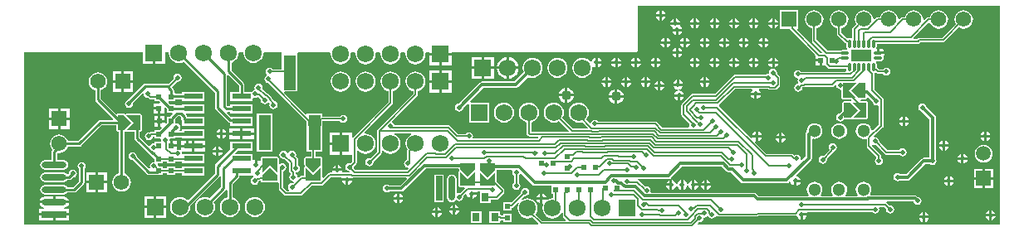
<source format=gbl>
G04*
G04 #@! TF.GenerationSoftware,Altium Limited,Altium Designer,19.1.5 (86)*
G04*
G04 Layer_Physical_Order=2*
G04 Layer_Color=1930808*
%FSLAX25Y25*%
%MOIN*%
G70*
G01*
G75*
%ADD13C,0.01000*%
%ADD16C,0.00600*%
%ADD20R,0.02165X0.02165*%
%ADD32O,0.04000X0.02000*%
%ADD33O,0.02000X0.04000*%
%ADD40R,0.02165X0.02165*%
%ADD46R,0.03150X0.03543*%
%ADD92C,0.01200*%
%ADD94C,0.01400*%
%ADD95C,0.06201*%
%ADD96R,0.06201X0.06201*%
%ADD97R,0.06791X0.06791*%
%ADD98C,0.06791*%
%ADD99C,0.05906*%
%ADD100R,0.05906X0.05906*%
%ADD101C,0.05118*%
%ADD102R,0.06201X0.06201*%
%ADD103C,0.02000*%
%ADD104C,0.04000*%
%ADD105O,0.01181X0.03347*%
%ADD106O,0.03347X0.01181*%
%ADD107R,0.08465X0.04528*%
%ADD108R,0.10000X0.02500*%
%ADD109O,0.10000X0.02500*%
%ADD110R,0.07800X0.02200*%
%ADD111R,0.05158X0.13976*%
%ADD112R,0.02500X0.10000*%
%ADD113O,0.02500X0.10000*%
G36*
X492500Y108000D02*
X371415D01*
X371224Y108462D01*
X371523Y108761D01*
X371631Y108833D01*
X371722Y108924D01*
X372000Y108869D01*
X372624Y108993D01*
X373153Y109346D01*
X373507Y109876D01*
X373631Y110500D01*
X373628Y110519D01*
X373897Y110788D01*
X374065Y110882D01*
X374624Y110993D01*
X375017Y111256D01*
X375243Y111313D01*
X375634Y111165D01*
X375847Y110846D01*
X376376Y110493D01*
X377000Y110369D01*
X377624Y110493D01*
X378153Y110846D01*
X378477Y111331D01*
X378603Y111412D01*
X378987Y111528D01*
X379064Y111451D01*
X379362Y111252D01*
X379713Y111182D01*
X394906D01*
X395258Y111252D01*
X395555Y111451D01*
X395587Y111482D01*
X410400D01*
X410548Y111512D01*
X411089Y111249D01*
X411128Y111202D01*
X411558Y110558D01*
X412220Y110116D01*
X412500Y110060D01*
Y112000D01*
X413000D01*
Y112500D01*
X414940D01*
X414923Y112582D01*
X415238Y113082D01*
X441189D01*
X441347Y112847D01*
X441876Y112493D01*
X442500Y112369D01*
X443124Y112493D01*
X443653Y112847D01*
X444007Y113376D01*
X444131Y114000D01*
X444016Y114582D01*
X444029Y114704D01*
X444231Y115082D01*
X446120D01*
X446924Y114278D01*
X446869Y114000D01*
X446993Y113376D01*
X447346Y112847D01*
X447876Y112493D01*
X448500Y112369D01*
X449124Y112493D01*
X449653Y112847D01*
X450007Y113376D01*
X450131Y114000D01*
X450007Y114624D01*
X449653Y115154D01*
X449124Y115507D01*
X448500Y115631D01*
X448222Y115576D01*
X447149Y116649D01*
X446958Y116777D01*
X447064Y117277D01*
X457913D01*
X457993Y116876D01*
X458347Y116347D01*
X458876Y115993D01*
X459500Y115869D01*
X460124Y115993D01*
X460653Y116347D01*
X461007Y116876D01*
X461131Y117500D01*
X461007Y118124D01*
X460653Y118654D01*
X460124Y119007D01*
X459623Y119107D01*
X459365Y119365D01*
X458968Y119630D01*
X458500Y119723D01*
X440708D01*
X440461Y120223D01*
X440602Y120407D01*
X440920Y121175D01*
X441029Y122000D01*
X440920Y122825D01*
X440602Y123593D01*
X440096Y124253D01*
X439436Y124759D01*
X438667Y125078D01*
X437843Y125186D01*
X437018Y125078D01*
X436249Y124759D01*
X435590Y124253D01*
X435083Y123593D01*
X434765Y122825D01*
X434656Y122000D01*
X434765Y121175D01*
X435083Y120407D01*
X435423Y119965D01*
X435176Y119465D01*
X430666D01*
X430420Y119965D01*
X430759Y120407D01*
X431078Y121175D01*
X431186Y122000D01*
X431078Y122825D01*
X430759Y123593D01*
X430253Y124253D01*
X429593Y124759D01*
X428825Y125078D01*
X428000Y125186D01*
X427175Y125078D01*
X426407Y124759D01*
X425747Y124253D01*
X425241Y123593D01*
X424922Y122825D01*
X424814Y122000D01*
X424922Y121175D01*
X425241Y120407D01*
X425580Y119965D01*
X425333Y119465D01*
X420824D01*
X420577Y119965D01*
X420917Y120407D01*
X421235Y121175D01*
X421344Y122000D01*
X421235Y122825D01*
X420917Y123593D01*
X420410Y124253D01*
X419751Y124759D01*
X418982Y125078D01*
X418157Y125186D01*
X417333Y125078D01*
X416564Y124759D01*
X415904Y124253D01*
X415398Y123593D01*
X415080Y122825D01*
X414971Y122000D01*
X415080Y121175D01*
X415398Y120407D01*
X415737Y119965D01*
X415491Y119465D01*
X395777D01*
X394877Y120365D01*
X394480Y120630D01*
X394011Y120723D01*
X352495D01*
X352250Y121223D01*
X352358Y121767D01*
X352234Y122391D01*
X351880Y122921D01*
X351351Y123274D01*
X350727Y123398D01*
X350102Y123274D01*
X350079Y123259D01*
X347689Y125649D01*
X347391Y125848D01*
X347257Y125874D01*
X347306Y126374D01*
X359576D01*
X360083Y126475D01*
X360513Y126763D01*
X364925Y131175D01*
X380855D01*
X382567Y129463D01*
X382997Y129175D01*
X383504Y129075D01*
X384551D01*
X388563Y125063D01*
X388993Y124775D01*
X389500Y124674D01*
X407000D01*
X407507Y124775D01*
X407937Y125063D01*
X408021Y125147D01*
X408564Y124982D01*
X408616Y124720D01*
X409058Y124058D01*
X409720Y123616D01*
X410000Y123560D01*
Y125500D01*
X410500D01*
Y126000D01*
X412440D01*
X412384Y126280D01*
X411942Y126942D01*
X411280Y127384D01*
X411018Y127436D01*
X410853Y127979D01*
X416712Y133837D01*
X416999Y134267D01*
X417100Y134774D01*
Y142145D01*
X417600Y142509D01*
X418157Y142436D01*
X418982Y142544D01*
X419751Y142863D01*
X420410Y143369D01*
X420917Y144029D01*
X421235Y144797D01*
X421344Y145622D01*
X421235Y146447D01*
X420917Y147215D01*
X420410Y147875D01*
X419751Y148381D01*
X418982Y148700D01*
X418157Y148808D01*
X417333Y148700D01*
X416564Y148381D01*
X415904Y147875D01*
X415398Y147215D01*
X415080Y146447D01*
X414971Y145622D01*
X415007Y145352D01*
X414837Y145183D01*
X414550Y144753D01*
X414449Y144245D01*
Y135324D01*
X413021Y133895D01*
X412560Y134142D01*
X412631Y134500D01*
X412507Y135124D01*
X412153Y135653D01*
X411624Y136007D01*
X411000Y136131D01*
X410376Y136007D01*
X410025Y135773D01*
X409649Y136149D01*
X409351Y136348D01*
X409000Y136418D01*
X398880D01*
X394184Y141113D01*
X394431Y141574D01*
X394500Y141560D01*
Y143000D01*
X393060D01*
X393074Y142931D01*
X392613Y142684D01*
X379737Y155560D01*
X379712Y155701D01*
X379725Y155907D01*
X379797Y156151D01*
X379946Y156251D01*
X386177Y162482D01*
X392967D01*
X393119Y161982D01*
X393058Y161942D01*
X392616Y161280D01*
X392560Y161000D01*
X396440D01*
X396384Y161280D01*
X395942Y161942D01*
X395881Y161982D01*
X396033Y162482D01*
X399407D01*
X399438Y162451D01*
X399736Y162252D01*
X400087Y162182D01*
X402287D01*
X402638Y162252D01*
X402936Y162451D01*
X404049Y163564D01*
X404248Y163862D01*
X404318Y164213D01*
Y167100D01*
X404248Y167451D01*
X404049Y167749D01*
X403076Y168722D01*
X403131Y169000D01*
X403007Y169624D01*
X402654Y170153D01*
X402124Y170507D01*
X401500Y170631D01*
X400876Y170507D01*
X400347Y170153D01*
X399993Y169624D01*
X399882Y169065D01*
X399788Y168897D01*
X399603Y168712D01*
X399435Y168618D01*
X398876Y168507D01*
X398418Y168201D01*
X398348Y168248D01*
X397997Y168318D01*
X386203D01*
X385852Y168248D01*
X385554Y168049D01*
X378220Y160715D01*
X369297D01*
X368946Y160645D01*
X368648Y160446D01*
X364951Y156749D01*
X364752Y156451D01*
X364682Y156100D01*
Y152400D01*
X364752Y152049D01*
X364951Y151751D01*
X368027Y148675D01*
X367993Y148624D01*
X367869Y148000D01*
X367965Y147518D01*
X367676Y147018D01*
X357044D01*
X354912Y149149D01*
X354615Y149348D01*
X354263Y149418D01*
X331311D01*
X331153Y149653D01*
X330624Y150007D01*
X330000Y150131D01*
X329376Y150007D01*
X328847Y149653D01*
X328493Y149124D01*
X328443Y148875D01*
X327901Y148710D01*
X326398Y150213D01*
X326990Y150985D01*
X327393Y151957D01*
X327530Y153000D01*
X327393Y154043D01*
X326990Y155015D01*
X326350Y155850D01*
X325515Y156490D01*
X324543Y156893D01*
X323500Y157030D01*
X322457Y156893D01*
X321485Y156490D01*
X320650Y155850D01*
X320010Y155015D01*
X319607Y154043D01*
X319470Y153000D01*
X319607Y151957D01*
X320010Y150985D01*
X320650Y150150D01*
X321485Y149510D01*
X322457Y149107D01*
X323500Y148970D01*
X324543Y149107D01*
X324801Y149214D01*
X327069Y146946D01*
X326878Y146484D01*
X321314D01*
X316913Y150884D01*
X316990Y150985D01*
X317393Y151957D01*
X317530Y153000D01*
X317393Y154043D01*
X316990Y155015D01*
X316350Y155850D01*
X315515Y156490D01*
X314543Y156893D01*
X313500Y157030D01*
X312457Y156893D01*
X311485Y156490D01*
X310650Y155850D01*
X310010Y155015D01*
X309607Y154043D01*
X309470Y153000D01*
X309607Y151957D01*
X310010Y150985D01*
X310650Y150150D01*
X311485Y149510D01*
X312457Y149107D01*
X313500Y148970D01*
X314543Y149107D01*
X315515Y149510D01*
X315616Y149587D01*
X319457Y145746D01*
X319265Y145284D01*
X304418D01*
Y149091D01*
X304543Y149107D01*
X305515Y149510D01*
X306350Y150150D01*
X306990Y150985D01*
X307393Y151957D01*
X307530Y153000D01*
X307393Y154043D01*
X306990Y155015D01*
X306350Y155850D01*
X305515Y156490D01*
X304543Y156893D01*
X303500Y157030D01*
X302457Y156893D01*
X301485Y156490D01*
X300650Y155850D01*
X300010Y155015D01*
X299607Y154043D01*
X299470Y153000D01*
X299607Y151957D01*
X300010Y150985D01*
X300650Y150150D01*
X301485Y149510D01*
X302457Y149107D01*
X302582Y149091D01*
Y144718D01*
X302652Y144367D01*
X302851Y144069D01*
X303203Y143717D01*
X303500Y143518D01*
X303852Y143449D01*
X307321D01*
X307512Y142987D01*
X307043Y142518D01*
X281324D01*
X281035Y143018D01*
X281131Y143500D01*
X281007Y144124D01*
X280654Y144653D01*
X280124Y145007D01*
X279500Y145131D01*
X278876Y145007D01*
X278346Y144653D01*
X278189Y144418D01*
X275077D01*
X271868Y147627D01*
X271570Y147826D01*
X271219Y147896D01*
X249553D01*
X249507Y148124D01*
X249153Y148653D01*
X248693Y148961D01*
X248512Y149487D01*
X258649Y159625D01*
X258848Y159922D01*
X258918Y160274D01*
Y161591D01*
X259043Y161607D01*
X260015Y162010D01*
X260850Y162650D01*
X261490Y163485D01*
X261893Y164457D01*
X262030Y165500D01*
X261893Y166543D01*
X261490Y167515D01*
X260850Y168350D01*
X260015Y168990D01*
X259043Y169393D01*
X258000Y169530D01*
X256957Y169393D01*
X255985Y168990D01*
X255150Y168350D01*
X254510Y167515D01*
X254107Y166543D01*
X253970Y165500D01*
X254107Y164457D01*
X254510Y163485D01*
X255150Y162650D01*
X255985Y162010D01*
X256957Y161607D01*
X257082Y161591D01*
Y160654D01*
X242856Y146427D01*
X242657Y146129D01*
X242587Y145778D01*
Y137384D01*
X239778Y134576D01*
X239500Y134631D01*
X238876Y134507D01*
X238347Y134153D01*
X237993Y133624D01*
X237869Y133000D01*
X237993Y132376D01*
X238347Y131846D01*
X238876Y131493D01*
X239500Y131369D01*
X240124Y131493D01*
X240653Y131846D01*
X241007Y132376D01*
X241131Y133000D01*
X241076Y133278D01*
X244153Y136355D01*
X244352Y136653D01*
X244422Y137004D01*
Y137778D01*
X244922Y137948D01*
X245150Y137650D01*
X245985Y137010D01*
X246957Y136607D01*
X248000Y136470D01*
X249043Y136607D01*
X250015Y137010D01*
X250850Y137650D01*
X251490Y138485D01*
X251893Y139457D01*
X252030Y140500D01*
X251893Y141543D01*
X251490Y142515D01*
X250850Y143350D01*
X250015Y143990D01*
X249551Y144182D01*
X249651Y144682D01*
X256349D01*
X256449Y144182D01*
X255985Y143990D01*
X255150Y143350D01*
X254510Y142515D01*
X254107Y141543D01*
X253970Y140500D01*
X254107Y139457D01*
X254510Y138485D01*
X254751Y138171D01*
X254652Y138023D01*
X254582Y137672D01*
Y134048D01*
X254376Y134007D01*
X253847Y133653D01*
X253493Y133124D01*
X253369Y132500D01*
X253493Y131876D01*
X253847Y131346D01*
X254376Y130993D01*
X254886Y130891D01*
X255052Y130566D01*
X255083Y130381D01*
X254620Y129918D01*
X233880D01*
X233076Y130722D01*
X233131Y131000D01*
X233076Y131278D01*
X234153Y132355D01*
X234352Y132653D01*
X234422Y133004D01*
Y137778D01*
X234922Y137948D01*
X235150Y137650D01*
X235985Y137010D01*
X236957Y136607D01*
X238000Y136470D01*
X239043Y136607D01*
X240015Y137010D01*
X240850Y137650D01*
X241490Y138485D01*
X241893Y139457D01*
X242030Y140500D01*
X241893Y141543D01*
X241490Y142515D01*
X240850Y143350D01*
X240015Y143990D01*
X239043Y144393D01*
X238000Y144530D01*
X237680Y144488D01*
X237446Y144962D01*
X248649Y156164D01*
X248848Y156462D01*
X248918Y156813D01*
Y161591D01*
X249043Y161607D01*
X250015Y162010D01*
X250850Y162650D01*
X251490Y163485D01*
X251893Y164457D01*
X252030Y165500D01*
X251893Y166543D01*
X251490Y167515D01*
X250850Y168350D01*
X250015Y168990D01*
X249043Y169393D01*
X248000Y169530D01*
X246957Y169393D01*
X245985Y168990D01*
X245150Y168350D01*
X244510Y167515D01*
X244107Y166543D01*
X243970Y165500D01*
X244107Y164457D01*
X244510Y163485D01*
X245150Y162650D01*
X245985Y162010D01*
X246957Y161607D01*
X247082Y161591D01*
Y157193D01*
X232896Y143006D01*
X232727Y143026D01*
X232396Y143178D01*
Y144896D01*
X228500D01*
Y140500D01*
Y136104D01*
X232087D01*
X232396Y136104D01*
X232587Y135684D01*
Y133384D01*
X231778Y132576D01*
X231500Y132631D01*
X230876Y132507D01*
X230346Y132153D01*
X229993Y131624D01*
X229869Y131000D01*
X229993Y130376D01*
X230346Y129847D01*
X230876Y129493D01*
X231425Y129384D01*
X231488Y129318D01*
X231372Y128956D01*
X231246Y128818D01*
X228671D01*
X228403Y129318D01*
X228440Y129500D01*
X224560D01*
X224597Y129318D01*
X224329Y128818D01*
X223673D01*
X223322Y128748D01*
X223024Y128549D01*
X221111Y126636D01*
X220649Y126828D01*
Y131000D01*
X220459Y131459D01*
X220622Y131933D01*
X220649Y132000D01*
Y134500D01*
X220459Y134959D01*
X220000Y135149D01*
X217918D01*
Y137306D01*
X220679D01*
Y147932D01*
X220696Y148021D01*
Y149582D01*
X227689D01*
X227847Y149346D01*
X228376Y148993D01*
X229000Y148869D01*
X229624Y148993D01*
X230153Y149346D01*
X230507Y149876D01*
X230631Y150500D01*
X230507Y151124D01*
X230153Y151654D01*
X229624Y152007D01*
X229000Y152131D01*
X228376Y152007D01*
X227847Y151654D01*
X227689Y151418D01*
X220679D01*
Y152482D01*
X214321D01*
Y152482D01*
X213964Y152334D01*
X205241Y161056D01*
X205433Y161518D01*
X210679D01*
Y176695D01*
X210679D01*
X210720Y177177D01*
X223680D01*
X224009Y176801D01*
X223970Y176500D01*
X224107Y175457D01*
X224510Y174485D01*
X225150Y173650D01*
X225985Y173010D01*
X226957Y172607D01*
X228000Y172470D01*
X229043Y172607D01*
X230015Y173010D01*
X230850Y173650D01*
X231490Y174485D01*
X231893Y175457D01*
X232030Y176500D01*
X231991Y176801D01*
X232320Y177177D01*
X233680D01*
X234010Y176801D01*
X233970Y176500D01*
X234107Y175457D01*
X234510Y174485D01*
X235150Y173650D01*
X235985Y173010D01*
X236957Y172607D01*
X238000Y172470D01*
X239043Y172607D01*
X240015Y173010D01*
X240850Y173650D01*
X241490Y174485D01*
X241893Y175457D01*
X242030Y176500D01*
X241990Y176801D01*
X242320Y177177D01*
X243680D01*
X244009Y176801D01*
X243970Y176500D01*
X244107Y175457D01*
X244510Y174485D01*
X245150Y173650D01*
X245985Y173010D01*
X246957Y172607D01*
X248000Y172470D01*
X249043Y172607D01*
X250015Y173010D01*
X250850Y173650D01*
X251490Y174485D01*
X251893Y175457D01*
X252030Y176500D01*
X251991Y176801D01*
X252320Y177177D01*
X253680D01*
X254010Y176801D01*
X253970Y176500D01*
X254107Y175457D01*
X254510Y174485D01*
X255150Y173650D01*
X255985Y173010D01*
X256957Y172607D01*
X258000Y172470D01*
X259043Y172607D01*
X260015Y173010D01*
X260850Y173650D01*
X261490Y174485D01*
X261893Y175457D01*
X262030Y176500D01*
X261990Y176801D01*
X262320Y177177D01*
X263604D01*
Y177000D01*
X268000D01*
X272396D01*
Y177177D01*
X346500D01*
X346959Y177368D01*
X347149Y177827D01*
Y196000D01*
X492500D01*
Y108000D01*
D02*
G37*
G36*
X204321Y176695D02*
X204321D01*
Y170418D01*
X200811D01*
X200654Y170653D01*
X200124Y171007D01*
X199500Y171131D01*
X198876Y171007D01*
X198346Y170653D01*
X197993Y170124D01*
X197869Y169500D01*
X197993Y168876D01*
X198256Y168482D01*
X198313Y168257D01*
X198165Y167866D01*
X197846Y167654D01*
X197493Y167124D01*
X197369Y166500D01*
X197493Y165876D01*
X197846Y165347D01*
X198376Y164993D01*
X198792Y164910D01*
X214304Y149399D01*
Y148021D01*
X214321Y147932D01*
Y137306D01*
X216082D01*
Y135149D01*
X214000D01*
X213541Y134959D01*
X213351Y134500D01*
Y132000D01*
X213378Y131933D01*
X213541Y131459D01*
X213351Y131000D01*
Y127668D01*
X212250D01*
X211899Y127598D01*
X211601Y127399D01*
X211119Y126917D01*
X210934Y126948D01*
X210609Y127114D01*
X210507Y127624D01*
X210154Y128154D01*
X209831Y128369D01*
Y128393D01*
X210000Y128869D01*
X210624Y128993D01*
X211154Y129347D01*
X211507Y129876D01*
X211631Y130500D01*
X211507Y131124D01*
X211154Y131653D01*
X210918Y131811D01*
Y134277D01*
X210848Y134628D01*
X210649Y134926D01*
X210039Y135536D01*
X210131Y136000D01*
X210007Y136624D01*
X209653Y137153D01*
X209124Y137507D01*
X208500Y137631D01*
X207876Y137507D01*
X207347Y137153D01*
X207011Y136652D01*
X206798Y136624D01*
X206702D01*
X206489Y136652D01*
X206153Y137153D01*
X205624Y137507D01*
X205000Y137631D01*
X204376Y137507D01*
X203847Y137153D01*
X203493Y136624D01*
X203369Y136000D01*
X203493Y135376D01*
X203847Y134846D01*
X204376Y134493D01*
X205000Y134369D01*
X205278Y134424D01*
X207182Y132520D01*
Y129713D01*
X207252Y129362D01*
X207451Y129064D01*
X207825Y128690D01*
X207846Y128154D01*
X207493Y127624D01*
X207369Y127000D01*
X207493Y126376D01*
X207846Y125847D01*
X208376Y125493D01*
X208886Y125391D01*
X209052Y125066D01*
X209074Y124934D01*
X208723Y124587D01*
X208500Y124631D01*
X207876Y124507D01*
X207347Y124153D01*
X206993Y123624D01*
X206869Y123000D01*
X206993Y122376D01*
X207299Y121918D01*
X207218Y121633D01*
X207088Y121418D01*
X206380D01*
X204918Y122880D01*
Y129452D01*
X205124Y129493D01*
X205654Y129847D01*
X206007Y130376D01*
X206131Y131000D01*
X206007Y131624D01*
X205654Y132153D01*
X205124Y132507D01*
X204500Y132631D01*
X203876Y132507D01*
X203649Y132356D01*
X203149Y132623D01*
Y134500D01*
X202959Y134959D01*
X202500Y135149D01*
X196500D01*
X196041Y134959D01*
X195851Y134500D01*
Y133662D01*
X195351Y133503D01*
X194780Y133884D01*
X194500Y133940D01*
Y132000D01*
X193500D01*
Y133940D01*
X193220Y133884D01*
X193141Y133831D01*
X192700Y134067D01*
Y136200D01*
X185584D01*
X185392Y136662D01*
X186530Y137800D01*
X192700D01*
Y141200D01*
X183700D01*
Y138142D01*
X177707Y132149D01*
X177464Y131785D01*
X177378Y131356D01*
X177378Y131356D01*
Y128465D01*
X166738Y117824D01*
X166350Y117850D01*
X165515Y118490D01*
X164543Y118893D01*
X163500Y119030D01*
X162457Y118893D01*
X161485Y118490D01*
X160650Y117850D01*
X160010Y117015D01*
X159607Y116043D01*
X159470Y115000D01*
X159607Y113957D01*
X160010Y112985D01*
X160650Y112150D01*
X161485Y111510D01*
X162457Y111107D01*
X163500Y110970D01*
X164543Y111107D01*
X165515Y111510D01*
X166350Y112150D01*
X166990Y112985D01*
X167393Y113957D01*
X167530Y115000D01*
X167479Y115392D01*
X179293Y127207D01*
X179293Y127207D01*
X179378Y127335D01*
X179878Y127183D01*
Y123060D01*
X175369Y118551D01*
X174543Y118893D01*
X173500Y119030D01*
X172457Y118893D01*
X171485Y118490D01*
X170650Y117850D01*
X170010Y117015D01*
X169607Y116043D01*
X169470Y115000D01*
X169607Y113957D01*
X170010Y112985D01*
X170650Y112150D01*
X171485Y111510D01*
X172457Y111107D01*
X173500Y110970D01*
X174543Y111107D01*
X175515Y111510D01*
X176350Y112150D01*
X176990Y112985D01*
X177393Y113957D01*
X177530Y115000D01*
X177393Y116043D01*
X176995Y117004D01*
X181793Y121802D01*
X181793Y121802D01*
X181878Y121930D01*
X182378Y121778D01*
Y118860D01*
X181485Y118490D01*
X180650Y117850D01*
X180010Y117015D01*
X179607Y116043D01*
X179470Y115000D01*
X179607Y113957D01*
X180010Y112985D01*
X180650Y112150D01*
X181485Y111510D01*
X182457Y111107D01*
X183500Y110970D01*
X184543Y111107D01*
X185515Y111510D01*
X186350Y112150D01*
X186990Y112985D01*
X187393Y113957D01*
X187530Y115000D01*
X187393Y116043D01*
X186990Y117015D01*
X186350Y117850D01*
X185515Y118490D01*
X184622Y118860D01*
Y124335D01*
X186979Y126693D01*
X187222Y127057D01*
X187307Y127486D01*
X187653Y127800D01*
X192700D01*
X192700Y127800D01*
X192750Y127783D01*
X192881Y127518D01*
X192876Y127007D01*
X192347Y126654D01*
X191993Y126124D01*
X191869Y125500D01*
X191993Y124876D01*
X192347Y124346D01*
X192876Y123993D01*
X193500Y123869D01*
X194124Y123993D01*
X194653Y124346D01*
X195007Y124876D01*
X195128Y125482D01*
X195370D01*
X195758Y125497D01*
X196001Y125138D01*
X196041Y125041D01*
X196500Y124851D01*
X202500D01*
X202582Y124885D01*
X203082Y124551D01*
Y122500D01*
X203152Y122149D01*
X203351Y121851D01*
X205351Y119851D01*
X205649Y119652D01*
X206000Y119582D01*
X212000D01*
X212351Y119652D01*
X212649Y119851D01*
X216480Y123682D01*
X220373D01*
X220724Y123752D01*
X221022Y123951D01*
X224053Y126982D01*
X228195D01*
X228544Y126500D01*
X232504D01*
X232871Y126882D01*
X254317D01*
X254508Y126420D01*
X251812Y123723D01*
X247549D01*
X247124Y124007D01*
X246500Y124131D01*
X245876Y124007D01*
X245346Y123653D01*
X244993Y123124D01*
X244869Y122500D01*
X244993Y121876D01*
X245346Y121346D01*
X245876Y120993D01*
X246500Y120869D01*
X247124Y120993D01*
X247549Y121276D01*
X252318D01*
X252787Y121370D01*
X253184Y121635D01*
X262075Y130526D01*
X275351D01*
Y130250D01*
X275378Y130183D01*
X275541Y129709D01*
X275351Y129250D01*
Y123750D01*
X275541Y123291D01*
X276000Y123101D01*
X277596D01*
X277803Y122601D01*
X275778Y120576D01*
X275500Y120631D01*
X274886Y120509D01*
X274796Y120492D01*
X274386Y120776D01*
Y126250D01*
X274243Y126972D01*
X273834Y127584D01*
X273222Y127993D01*
X272500Y128136D01*
X271778Y127993D01*
X271166Y127584D01*
X270757Y126972D01*
X270614Y126250D01*
Y118750D01*
X270757Y118028D01*
X271166Y117416D01*
X271778Y117007D01*
X272500Y116864D01*
X273222Y117007D01*
X273834Y117416D01*
X274121Y117847D01*
X274346D01*
X274876Y117493D01*
X275500Y117369D01*
X276124Y117493D01*
X276654Y117847D01*
X277007Y118376D01*
X277131Y119000D01*
X277076Y119278D01*
X277991Y120193D01*
X278534Y120029D01*
X278616Y119613D01*
X279058Y118952D01*
X279720Y118510D01*
X280000Y118454D01*
Y120394D01*
X280500D01*
Y120894D01*
X282456D01*
X282805Y121376D01*
X283353D01*
X283825Y121309D01*
Y116565D01*
X288175D01*
Y118019D01*
X290437D01*
X290788Y118089D01*
X291086Y118288D01*
X293400Y120603D01*
X293599Y120900D01*
X293669Y121251D01*
Y121748D01*
X293599Y122100D01*
X293400Y122397D01*
X290649Y125148D01*
Y129000D01*
X290459Y129459D01*
X290622Y129933D01*
X290639Y129974D01*
X296671D01*
X296963Y129474D01*
X296869Y129000D01*
X296993Y128376D01*
X297346Y127847D01*
X297582Y127689D01*
Y124811D01*
X297346Y124653D01*
X296993Y124124D01*
X296869Y123500D01*
X296993Y122876D01*
X297346Y122346D01*
X297876Y121993D01*
X298500Y121869D01*
X299124Y121993D01*
X299654Y122346D01*
X300007Y122876D01*
X300131Y123500D01*
X300007Y124124D01*
X299654Y124653D01*
X299418Y124811D01*
Y127689D01*
X299654Y127847D01*
X299922Y128249D01*
X300482Y128396D01*
X304815Y124063D01*
X305245Y123775D01*
X305753Y123674D01*
X312517D01*
Y120317D01*
X313282D01*
Y118778D01*
X313000Y118530D01*
X311957Y118393D01*
X310985Y117990D01*
X310941Y117956D01*
X310871Y118000D01*
X309000D01*
Y116541D01*
X309346Y116119D01*
X309107Y115543D01*
X308970Y114500D01*
X309107Y113457D01*
X309510Y112485D01*
X310150Y111650D01*
X310985Y111010D01*
X311957Y110607D01*
X313000Y110470D01*
X314043Y110607D01*
X315015Y111010D01*
X315850Y111650D01*
X316490Y112485D01*
X316582Y112707D01*
X317082Y112608D01*
Y111500D01*
X317152Y111149D01*
X317351Y110851D01*
X318323Y109880D01*
X318131Y109418D01*
X308880D01*
X306196Y112102D01*
X306490Y112485D01*
X306893Y113457D01*
X307030Y114500D01*
X306893Y115543D01*
X306490Y116515D01*
X305850Y117350D01*
X305015Y117990D01*
X304043Y118393D01*
X303000Y118530D01*
X301957Y118393D01*
X300985Y117990D01*
X300686Y118388D01*
X301722Y119424D01*
X302000Y119369D01*
X302624Y119493D01*
X303153Y119846D01*
X303507Y120376D01*
X303631Y121000D01*
X303507Y121624D01*
X303153Y122153D01*
X302624Y122507D01*
X302000Y122631D01*
X301376Y122507D01*
X300847Y122153D01*
X300493Y121624D01*
X300369Y121000D01*
X300424Y120722D01*
X297016Y117314D01*
X296683Y116983D01*
Y116983D01*
X296683Y116983D01*
X293317D01*
Y113617D01*
X296683D01*
Y114724D01*
X296982Y114783D01*
X297280Y114982D01*
X299112Y116814D01*
X299510Y116515D01*
X299107Y115543D01*
X298970Y114500D01*
X299107Y113457D01*
X299510Y112485D01*
X300150Y111650D01*
X300985Y111010D01*
X301957Y110607D01*
X303000Y110470D01*
X304043Y110607D01*
X304787Y110915D01*
X307240Y108462D01*
X307049Y108000D01*
X101000D01*
Y177177D01*
X148604D01*
Y172604D01*
X152500D01*
Y177000D01*
X153500D01*
Y172604D01*
X157396D01*
Y177177D01*
X158814D01*
X158970Y177000D01*
X159107Y175957D01*
X159510Y174985D01*
X160150Y174150D01*
X160985Y173510D01*
X161957Y173107D01*
X163000Y172970D01*
X164043Y173107D01*
X164937Y173477D01*
X177378Y161035D01*
Y155000D01*
X177378Y155000D01*
X177464Y154571D01*
X177707Y154207D01*
X182746Y149168D01*
X182746Y149168D01*
X183110Y148925D01*
X183539Y148839D01*
X183700D01*
Y147800D01*
X192700D01*
Y151200D01*
X183886D01*
X182208Y152878D01*
X182415Y153378D01*
X183700D01*
Y152800D01*
X192700D01*
Y156200D01*
X183700D01*
Y155622D01*
X182550D01*
X182322Y155850D01*
Y167939D01*
X182783Y168130D01*
X187078Y163835D01*
Y161200D01*
X183700D01*
Y157800D01*
X192700D01*
Y158688D01*
X193200Y158968D01*
X193700Y158869D01*
X194324Y158993D01*
X194853Y159346D01*
X194856Y159347D01*
X195924Y158278D01*
X195869Y158000D01*
X195993Y157376D01*
X196346Y156846D01*
X196876Y156493D01*
X197500Y156369D01*
X198124Y156493D01*
X198653Y156846D01*
X198734Y156967D01*
X199236Y156991D01*
X199493Y156624D01*
X199369Y156000D01*
X199493Y155376D01*
X199846Y154847D01*
X200376Y154493D01*
X201000Y154369D01*
X201624Y154493D01*
X202153Y154847D01*
X202507Y155376D01*
X202631Y156000D01*
X202507Y156624D01*
X202153Y157153D01*
X201624Y157507D01*
X201582Y157516D01*
X200318Y158780D01*
Y158787D01*
X200248Y159138D01*
X200049Y159436D01*
X198936Y160549D01*
X198638Y160748D01*
X198287Y160818D01*
X198280D01*
X196543Y162555D01*
X196631Y163000D01*
X196507Y163624D01*
X196153Y164154D01*
X195624Y164507D01*
X195000Y164631D01*
X194376Y164507D01*
X193846Y164154D01*
X193493Y163624D01*
X193369Y163000D01*
X193450Y162591D01*
X193171Y162026D01*
X193076Y162007D01*
X192546Y161653D01*
X192243Y161200D01*
X189322D01*
Y164300D01*
X189322Y164300D01*
X189236Y164729D01*
X188993Y165093D01*
X184122Y169965D01*
Y173140D01*
X185015Y173510D01*
X185850Y174150D01*
X186490Y174985D01*
X186893Y175957D01*
X187030Y177000D01*
X187186Y177177D01*
X188814D01*
X188970Y177000D01*
X189107Y175957D01*
X189510Y174985D01*
X190150Y174150D01*
X190985Y173510D01*
X191957Y173107D01*
X193000Y172970D01*
X194043Y173107D01*
X195015Y173510D01*
X195850Y174150D01*
X196490Y174985D01*
X196893Y175957D01*
X197030Y177000D01*
X197186Y177177D01*
X204280D01*
X204321Y176695D01*
D02*
G37*
G36*
X220000Y132000D02*
X217000Y129000D01*
X214000Y132000D01*
Y134500D01*
X220000D01*
Y132000D01*
D02*
G37*
G36*
X202500Y129000D02*
X199500Y132000D01*
X196500Y129000D01*
Y134500D01*
X202500D01*
Y129000D01*
D02*
G37*
G36*
X220000Y125500D02*
X214000D01*
Y131000D01*
X217000Y128000D01*
X220000Y131000D01*
Y125500D01*
D02*
G37*
G36*
X282000Y130250D02*
X279000Y127250D01*
X276000Y130250D01*
Y132750D01*
X282000D01*
Y130250D01*
D02*
G37*
G36*
X290000Y130000D02*
X287000Y127000D01*
X284000Y130000D01*
Y132500D01*
X290000D01*
Y130000D01*
D02*
G37*
G36*
X282000Y123750D02*
X276000D01*
Y129250D01*
X279000Y126250D01*
X282000Y129250D01*
Y123750D01*
D02*
G37*
G36*
X290000Y123500D02*
X284000D01*
Y129000D01*
X287000Y126000D01*
X290000Y129000D01*
Y123500D01*
D02*
G37*
G36*
X202500Y128000D02*
Y125500D01*
X196500D01*
Y128000D01*
X199500Y131000D01*
X202500Y128000D01*
D02*
G37*
%LPC*%
G36*
X356922Y194005D02*
Y192565D01*
X358362D01*
X358306Y192845D01*
X357864Y193507D01*
X357202Y193949D01*
X356922Y194005D01*
D02*
G37*
G36*
X355922D02*
X355642Y193949D01*
X354980Y193507D01*
X354538Y192845D01*
X354482Y192565D01*
X355922D01*
Y194005D01*
D02*
G37*
G36*
X358362Y191565D02*
X356922D01*
Y190125D01*
X357202Y190181D01*
X357864Y190623D01*
X358306Y191285D01*
X358362Y191565D01*
D02*
G37*
G36*
X355922D02*
X354482D01*
X354538Y191285D01*
X354980Y190623D01*
X355642Y190181D01*
X355922Y190125D01*
Y191565D01*
D02*
G37*
G36*
X402075Y190916D02*
Y189477D01*
X403515D01*
X403459Y189757D01*
X403017Y190418D01*
X402355Y190860D01*
X402075Y190916D01*
D02*
G37*
G36*
X401075D02*
X400795Y190860D01*
X400133Y190418D01*
X399691Y189757D01*
X399635Y189477D01*
X401075D01*
Y190916D01*
D02*
G37*
G36*
X394201D02*
Y189477D01*
X395641D01*
X395585Y189757D01*
X395143Y190418D01*
X394481Y190860D01*
X394201Y190916D01*
D02*
G37*
G36*
X393201D02*
X392921Y190860D01*
X392259Y190418D01*
X391817Y189757D01*
X391761Y189477D01*
X393201D01*
Y190916D01*
D02*
G37*
G36*
X386327D02*
Y189477D01*
X387767D01*
X387711Y189757D01*
X387269Y190418D01*
X386607Y190860D01*
X386327Y190916D01*
D02*
G37*
G36*
X385327D02*
X385047Y190860D01*
X384385Y190418D01*
X383943Y189757D01*
X383887Y189477D01*
X385327D01*
Y190916D01*
D02*
G37*
G36*
X378453D02*
Y189477D01*
X379893D01*
X379837Y189757D01*
X379395Y190418D01*
X378733Y190860D01*
X378453Y190916D01*
D02*
G37*
G36*
X377453D02*
X377173Y190860D01*
X376511Y190418D01*
X376069Y189757D01*
X376013Y189477D01*
X377453D01*
Y190916D01*
D02*
G37*
G36*
X370579D02*
Y189477D01*
X372019D01*
X371963Y189757D01*
X371521Y190418D01*
X370859Y190860D01*
X370579Y190916D01*
D02*
G37*
G36*
X369579D02*
X369299Y190860D01*
X368637Y190418D01*
X368195Y189757D01*
X368139Y189477D01*
X369579D01*
Y190916D01*
D02*
G37*
G36*
X362705D02*
Y189477D01*
X364145D01*
X364089Y189757D01*
X363647Y190418D01*
X362985Y190860D01*
X362705Y190916D01*
D02*
G37*
G36*
X361705D02*
X361425Y190860D01*
X360763Y190418D01*
X360321Y189757D01*
X360265Y189477D01*
X361705D01*
Y190916D01*
D02*
G37*
G36*
X403515Y188477D02*
X402075D01*
Y187037D01*
X402355Y187092D01*
X403017Y187535D01*
X403459Y188196D01*
X403515Y188477D01*
D02*
G37*
G36*
X401075D02*
X399635D01*
X399691Y188196D01*
X400133Y187535D01*
X400795Y187092D01*
X401075Y187037D01*
Y188477D01*
D02*
G37*
G36*
X395641D02*
X394201D01*
Y187037D01*
X394481Y187092D01*
X395143Y187535D01*
X395585Y188196D01*
X395641Y188477D01*
D02*
G37*
G36*
X393201D02*
X391761D01*
X391817Y188196D01*
X392259Y187535D01*
X392921Y187092D01*
X393201Y187037D01*
Y188477D01*
D02*
G37*
G36*
X387767D02*
X386327D01*
Y187037D01*
X386607Y187092D01*
X387269Y187535D01*
X387711Y188196D01*
X387767Y188477D01*
D02*
G37*
G36*
X385327D02*
X383887D01*
X383943Y188196D01*
X384385Y187535D01*
X385047Y187092D01*
X385327Y187037D01*
Y188477D01*
D02*
G37*
G36*
X379893D02*
X378453D01*
Y187037D01*
X378733Y187092D01*
X379395Y187535D01*
X379837Y188196D01*
X379893Y188477D01*
D02*
G37*
G36*
X377453D02*
X376013D01*
X376069Y188196D01*
X376511Y187535D01*
X377173Y187092D01*
X377453Y187037D01*
Y188477D01*
D02*
G37*
G36*
X372019D02*
X370579D01*
Y187037D01*
X370859Y187092D01*
X371521Y187535D01*
X371963Y188196D01*
X372019Y188477D01*
D02*
G37*
G36*
X369579D02*
X368139D01*
X368195Y188196D01*
X368637Y187535D01*
X369299Y187092D01*
X369579Y187037D01*
Y188477D01*
D02*
G37*
G36*
X478000Y194232D02*
X477034Y194105D01*
X476134Y193732D01*
X475361Y193139D01*
X474768Y192366D01*
X474395Y191466D01*
X474268Y190500D01*
X474395Y189534D01*
X474768Y188634D01*
X474797Y188595D01*
X469340Y183137D01*
X460071D01*
X459720Y183068D01*
X459422Y182869D01*
X459191Y182637D01*
X458142D01*
X457935Y183137D01*
X463994Y189196D01*
X464583Y189079D01*
X464768Y188634D01*
X465361Y187861D01*
X466134Y187268D01*
X467034Y186895D01*
X468000Y186768D01*
X468966Y186895D01*
X469866Y187268D01*
X470639Y187861D01*
X471232Y188634D01*
X471605Y189534D01*
X471732Y190500D01*
X471605Y191466D01*
X471232Y192366D01*
X470639Y193139D01*
X469866Y193732D01*
X468966Y194105D01*
X468000Y194232D01*
X467034Y194105D01*
X466134Y193732D01*
X465361Y193139D01*
X464768Y192366D01*
X464395Y191466D01*
X464389Y191418D01*
X464000D01*
X463649Y191348D01*
X463351Y191149D01*
X462166Y189964D01*
X461692Y190197D01*
X461732Y190500D01*
X461605Y191466D01*
X461232Y192366D01*
X460639Y193139D01*
X459866Y193732D01*
X458966Y194105D01*
X458000Y194232D01*
X457034Y194105D01*
X456134Y193732D01*
X455361Y193139D01*
X454768Y192366D01*
X454395Y191466D01*
X454389Y191418D01*
X453657D01*
X453306Y191348D01*
X453009Y191149D01*
X452156Y190296D01*
X451723Y190570D01*
X451605Y191466D01*
X451232Y192366D01*
X450639Y193139D01*
X449866Y193732D01*
X448966Y194105D01*
X448000Y194232D01*
X447034Y194105D01*
X446134Y193732D01*
X445361Y193139D01*
X444768Y192366D01*
X444395Y191466D01*
X444388Y191418D01*
X443657D01*
X443306Y191348D01*
X443009Y191149D01*
X442156Y190296D01*
X441723Y190570D01*
X441605Y191466D01*
X441232Y192366D01*
X440639Y193139D01*
X439866Y193732D01*
X438966Y194105D01*
X438000Y194232D01*
X437034Y194105D01*
X436134Y193732D01*
X435361Y193139D01*
X434768Y192366D01*
X434395Y191466D01*
X434268Y190500D01*
X434395Y189534D01*
X434768Y188634D01*
X434797Y188595D01*
X433398Y187196D01*
X433199Y186898D01*
X433130Y186547D01*
Y183138D01*
X432630Y182871D01*
X432543Y182929D01*
X432079Y183021D01*
X431614Y182929D01*
X431349Y182752D01*
X428918Y185183D01*
Y186889D01*
X428966Y186895D01*
X429866Y187268D01*
X430639Y187861D01*
X431232Y188634D01*
X431605Y189534D01*
X431732Y190500D01*
X431605Y191466D01*
X431232Y192366D01*
X430639Y193139D01*
X429866Y193732D01*
X428966Y194105D01*
X428000Y194232D01*
X427034Y194105D01*
X426134Y193732D01*
X425361Y193139D01*
X424768Y192366D01*
X424395Y191466D01*
X424268Y190500D01*
X424395Y189534D01*
X424768Y188634D01*
X425361Y187861D01*
X426134Y187268D01*
X427034Y186895D01*
X427082Y186889D01*
Y184803D01*
X427152Y184452D01*
X427351Y184154D01*
X430435Y181071D01*
X430732Y180872D01*
X430865Y180846D01*
Y179642D01*
X430957Y179177D01*
X431220Y178783D01*
X431348Y178698D01*
X431196Y178198D01*
X429224D01*
X428760Y178106D01*
X428455Y177902D01*
X423396D01*
X418918Y182380D01*
Y186889D01*
X418966Y186895D01*
X419866Y187268D01*
X420639Y187861D01*
X421232Y188634D01*
X421605Y189534D01*
X421732Y190500D01*
X421605Y191466D01*
X421232Y192366D01*
X420639Y193139D01*
X419866Y193732D01*
X418966Y194105D01*
X418000Y194232D01*
X417034Y194105D01*
X416134Y193732D01*
X415361Y193139D01*
X414768Y192366D01*
X414395Y191466D01*
X414268Y190500D01*
X414395Y189534D01*
X414768Y188634D01*
X415361Y187861D01*
X416134Y187268D01*
X417034Y186895D01*
X417082Y186889D01*
Y182000D01*
X417152Y181649D01*
X417351Y181351D01*
X421340Y177362D01*
X421149Y176900D01*
X420397D01*
X410960Y186338D01*
X411151Y186800D01*
X411700D01*
Y194200D01*
X404300D01*
Y186800D01*
X408242D01*
X408301Y186500D01*
X408500Y186202D01*
X418286Y176416D01*
X418617Y176083D01*
X418617D01*
X418617Y176083D01*
Y174500D01*
X420700D01*
Y174000D01*
X421200D01*
Y171917D01*
X422654D01*
X422669Y171896D01*
X423613Y170951D01*
X423911Y170752D01*
X424262Y170682D01*
X430865D01*
Y170193D01*
X430920Y169918D01*
X430609Y169418D01*
X412811D01*
X412653Y169653D01*
X412124Y170007D01*
X411500Y170131D01*
X410876Y170007D01*
X410347Y169653D01*
X409993Y169124D01*
X409869Y168500D01*
X409993Y167876D01*
X410347Y167347D01*
X410876Y166993D01*
X411107Y166947D01*
X411475Y166639D01*
X411450Y166408D01*
X411369Y166000D01*
X411493Y165376D01*
X411665Y165119D01*
X411645Y165003D01*
X411412Y164597D01*
X410958Y164507D01*
X410429Y164154D01*
X410075Y163624D01*
X409951Y163000D01*
X410075Y162376D01*
X410429Y161846D01*
X410958Y161493D01*
X411582Y161369D01*
X412207Y161493D01*
X412736Y161846D01*
X413090Y162376D01*
X413214Y163000D01*
X413363Y163182D01*
X413787D01*
X414138Y163252D01*
X414333Y163382D01*
X425313D01*
X425664Y163452D01*
X425962Y163651D01*
X426383Y164073D01*
X426540Y164049D01*
X426893Y163876D01*
X426993Y163376D01*
X427347Y162847D01*
X427876Y162493D01*
X428500Y162369D01*
X428851Y162081D01*
Y159000D01*
X429041Y158541D01*
X429500Y158351D01*
X432945D01*
X433008Y158277D01*
X432891Y157645D01*
X432739Y157563D01*
X432567Y157622D01*
X432500Y157649D01*
X430000D01*
X429541Y157459D01*
X429351Y157000D01*
Y153791D01*
X429232Y153712D01*
X428064Y152545D01*
X427876Y152507D01*
X427347Y152154D01*
X426993Y151624D01*
X426869Y151000D01*
X426993Y150376D01*
X427347Y149846D01*
X427876Y149493D01*
X428500Y149369D01*
X429124Y149493D01*
X429654Y149846D01*
X429992Y150354D01*
X430000Y150351D01*
X432500D01*
X432567Y150378D01*
X433041Y150541D01*
X433500Y150351D01*
X439000D01*
X439459Y150541D01*
X439649Y151000D01*
Y157000D01*
X439459Y157459D01*
X439000Y157649D01*
X436649D01*
X436499Y157851D01*
X436750Y158351D01*
X438500D01*
X438959Y158541D01*
X439082Y158837D01*
X439611Y159014D01*
X441429Y157196D01*
X441493Y156876D01*
X441847Y156346D01*
X442376Y155993D01*
X443000Y155869D01*
X443482Y155965D01*
X443982Y155676D01*
Y148168D01*
X441522Y145707D01*
X440994Y145887D01*
X440920Y146447D01*
X440602Y147215D01*
X440096Y147875D01*
X439436Y148381D01*
X438667Y148700D01*
X437843Y148808D01*
X437018Y148700D01*
X436249Y148381D01*
X435590Y147875D01*
X435083Y147215D01*
X434765Y146447D01*
X434656Y145622D01*
X434765Y144797D01*
X435083Y144029D01*
X435590Y143369D01*
X436249Y142863D01*
X437018Y142544D01*
X437843Y142436D01*
X438582Y142533D01*
X438892Y142394D01*
X439082Y142267D01*
Y139500D01*
X439152Y139149D01*
X439351Y138851D01*
X442947Y135255D01*
X442906Y134693D01*
X442846Y134653D01*
X442493Y134124D01*
X442369Y133500D01*
X442493Y132876D01*
X442846Y132346D01*
X443376Y131993D01*
X444000Y131869D01*
X444624Y131993D01*
X445154Y132346D01*
X445507Y132876D01*
X445631Y133500D01*
X445507Y134124D01*
X445154Y134653D01*
X444918Y134811D01*
Y135500D01*
X444848Y135851D01*
X444649Y136149D01*
X441143Y139655D01*
X441139Y139885D01*
X441349Y140048D01*
X441698Y140111D01*
X441876Y139993D01*
X442500Y139869D01*
X442778Y139924D01*
X446351Y136351D01*
X446649Y136152D01*
X447000Y136082D01*
X452189D01*
X452347Y135846D01*
X452876Y135493D01*
X453500Y135369D01*
X454124Y135493D01*
X454654Y135846D01*
X455007Y136376D01*
X455131Y137000D01*
X455007Y137624D01*
X454654Y138154D01*
X454124Y138507D01*
X453500Y138631D01*
X452876Y138507D01*
X452347Y138154D01*
X452189Y137918D01*
X447380D01*
X444076Y141222D01*
X444131Y141500D01*
X444007Y142124D01*
X443653Y142654D01*
X443124Y143007D01*
X442500Y143131D01*
X442186Y143069D01*
X441940Y143530D01*
X445549Y147139D01*
X445748Y147436D01*
X445818Y147788D01*
Y158287D01*
X445748Y158638D01*
X445549Y158936D01*
X442219Y162265D01*
Y168704D01*
X442155Y169026D01*
X442386Y169071D01*
X442651Y169248D01*
X443048Y168851D01*
X443346Y168652D01*
X443697Y168582D01*
X445689D01*
X445847Y168347D01*
X446376Y167993D01*
X447000Y167869D01*
X447624Y167993D01*
X448153Y168347D01*
X448507Y168876D01*
X448631Y169500D01*
X448507Y170124D01*
X448153Y170653D01*
X447624Y171007D01*
X447000Y171131D01*
X446376Y171007D01*
X445847Y170653D01*
X445689Y170418D01*
X444077D01*
X443565Y170929D01*
X443268Y171128D01*
X443135Y171154D01*
Y172358D01*
X443043Y172823D01*
X442779Y173217D01*
X442652Y173302D01*
X442803Y173802D01*
X444776D01*
X445240Y173894D01*
X445634Y174158D01*
X445897Y174551D01*
X445990Y175016D01*
X445897Y175480D01*
X445740Y175716D01*
X445922Y175838D01*
X446274Y176364D01*
X446298Y176484D01*
X443693D01*
Y176984D01*
X443193D01*
Y178736D01*
X442995Y179106D01*
X443043Y179177D01*
X443135Y179642D01*
Y180802D01*
X459720D01*
X460071Y180872D01*
X460369Y181071D01*
X460523Y181302D01*
X469720D01*
X470071Y181372D01*
X470369Y181571D01*
X476095Y187297D01*
X476134Y187268D01*
X477034Y186895D01*
X478000Y186768D01*
X478966Y186895D01*
X479866Y187268D01*
X480639Y187861D01*
X481232Y188634D01*
X481605Y189534D01*
X481732Y190500D01*
X481605Y191466D01*
X481232Y192366D01*
X480639Y193139D01*
X479866Y193732D01*
X478966Y194105D01*
X478000Y194232D01*
D02*
G37*
G36*
X364145Y188477D02*
X360265D01*
X360321Y188196D01*
X360763Y187535D01*
X361272Y187194D01*
X361150Y187012D01*
X361094Y186732D01*
X364974D01*
X364918Y187012D01*
X364476Y187674D01*
X363967Y188014D01*
X364089Y188196D01*
X364145Y188477D01*
D02*
G37*
G36*
X364974Y185732D02*
X363534D01*
Y184292D01*
X363815Y184348D01*
X364476Y184790D01*
X364918Y185451D01*
X364974Y185732D01*
D02*
G37*
G36*
X362534D02*
X361094D01*
X361150Y185451D01*
X361592Y184790D01*
X362254Y184348D01*
X362534Y184292D01*
Y185732D01*
D02*
G37*
G36*
X398138Y183042D02*
Y181603D01*
X399578D01*
X399522Y181883D01*
X399080Y182544D01*
X398418Y182986D01*
X398138Y183042D01*
D02*
G37*
G36*
X397138D02*
X396858Y182986D01*
X396196Y182544D01*
X395754Y181883D01*
X395698Y181603D01*
X397138D01*
Y183042D01*
D02*
G37*
G36*
X390264D02*
Y181603D01*
X391704D01*
X391648Y181883D01*
X391206Y182544D01*
X390544Y182986D01*
X390264Y183042D01*
D02*
G37*
G36*
X389264D02*
X388984Y182986D01*
X388322Y182544D01*
X387880Y181883D01*
X387824Y181603D01*
X389264D01*
Y183042D01*
D02*
G37*
G36*
X382390D02*
Y181603D01*
X383830D01*
X383774Y181883D01*
X383332Y182544D01*
X382670Y182986D01*
X382390Y183042D01*
D02*
G37*
G36*
X381390D02*
X381110Y182986D01*
X380448Y182544D01*
X380006Y181883D01*
X379950Y181603D01*
X381390D01*
Y183042D01*
D02*
G37*
G36*
X374516D02*
Y181603D01*
X375956D01*
X375900Y181883D01*
X375458Y182544D01*
X374796Y182986D01*
X374516Y183042D01*
D02*
G37*
G36*
X373516D02*
X373236Y182986D01*
X372574Y182544D01*
X372132Y181883D01*
X372076Y181603D01*
X373516D01*
Y183042D01*
D02*
G37*
G36*
X366642D02*
Y181603D01*
X368082D01*
X368026Y181883D01*
X367584Y182544D01*
X366922Y182986D01*
X366642Y183042D01*
D02*
G37*
G36*
X365642D02*
X365362Y182986D01*
X364700Y182544D01*
X364258Y181883D01*
X364202Y181603D01*
X365642D01*
Y183042D01*
D02*
G37*
G36*
X358768D02*
Y181603D01*
X360208D01*
X360152Y181883D01*
X359710Y182544D01*
X359048Y182986D01*
X358768Y183042D01*
D02*
G37*
G36*
X357768D02*
X357488Y182986D01*
X356826Y182544D01*
X356384Y181883D01*
X356328Y181603D01*
X357768D01*
Y183042D01*
D02*
G37*
G36*
X399578Y180603D02*
X398138D01*
Y179163D01*
X398418Y179218D01*
X399080Y179660D01*
X399522Y180322D01*
X399578Y180603D01*
D02*
G37*
G36*
X397138D02*
X395698D01*
X395754Y180322D01*
X396196Y179660D01*
X396858Y179218D01*
X397138Y179163D01*
Y180603D01*
D02*
G37*
G36*
X391704D02*
X390264D01*
Y179163D01*
X390544Y179218D01*
X391206Y179660D01*
X391648Y180322D01*
X391704Y180603D01*
D02*
G37*
G36*
X389264D02*
X387824D01*
X387880Y180322D01*
X388322Y179660D01*
X388984Y179218D01*
X389264Y179163D01*
Y180603D01*
D02*
G37*
G36*
X383830D02*
X382390D01*
Y179163D01*
X382670Y179218D01*
X383332Y179660D01*
X383774Y180322D01*
X383830Y180603D01*
D02*
G37*
G36*
X381390D02*
X379950D01*
X380006Y180322D01*
X380448Y179660D01*
X381110Y179218D01*
X381390Y179163D01*
Y180603D01*
D02*
G37*
G36*
X375956D02*
X374516D01*
Y179163D01*
X374796Y179218D01*
X375458Y179660D01*
X375900Y180322D01*
X375956Y180603D01*
D02*
G37*
G36*
X373516D02*
X372076D01*
X372132Y180322D01*
X372574Y179660D01*
X373236Y179218D01*
X373516Y179163D01*
Y180603D01*
D02*
G37*
G36*
X368082D02*
X366642D01*
Y179163D01*
X366922Y179218D01*
X367584Y179660D01*
X368026Y180322D01*
X368082Y180603D01*
D02*
G37*
G36*
X365642D02*
X364202D01*
X364258Y180322D01*
X364700Y179660D01*
X365362Y179218D01*
X365642Y179163D01*
Y180603D01*
D02*
G37*
G36*
X360208D02*
X358768D01*
Y179163D01*
X359048Y179218D01*
X359710Y179660D01*
X360152Y180322D01*
X360208Y180603D01*
D02*
G37*
G36*
X357768D02*
X356328D01*
X356384Y180322D01*
X356826Y179660D01*
X357488Y179218D01*
X357768Y179163D01*
Y180603D01*
D02*
G37*
G36*
X363580Y179172D02*
Y177732D01*
X365020D01*
X364964Y178012D01*
X364522Y178674D01*
X363861Y179116D01*
X363580Y179172D01*
D02*
G37*
G36*
X362580D02*
X362300Y179116D01*
X361638Y178674D01*
X361196Y178012D01*
X361141Y177732D01*
X362580D01*
Y179172D01*
D02*
G37*
G36*
X444776Y178606D02*
X444193D01*
Y177484D01*
X446298D01*
X446274Y177605D01*
X445922Y178131D01*
X445396Y178482D01*
X444776Y178606D01*
D02*
G37*
G36*
X365020Y176732D02*
X363580D01*
Y175292D01*
X363861Y175348D01*
X364522Y175790D01*
X364964Y176452D01*
X365020Y176732D01*
D02*
G37*
G36*
X362580D02*
X361141D01*
X361196Y176452D01*
X361638Y175790D01*
X362300Y175348D01*
X362580Y175292D01*
Y176732D01*
D02*
G37*
G36*
X402075Y175168D02*
Y173728D01*
X403515D01*
X403459Y174009D01*
X403017Y174670D01*
X402355Y175112D01*
X402075Y175168D01*
D02*
G37*
G36*
X401075D02*
X400795Y175112D01*
X400133Y174670D01*
X399691Y174009D01*
X399635Y173728D01*
X401075D01*
Y175168D01*
D02*
G37*
G36*
X394201D02*
Y173728D01*
X395641D01*
X395585Y174009D01*
X395143Y174670D01*
X394481Y175112D01*
X394201Y175168D01*
D02*
G37*
G36*
X393201D02*
X392921Y175112D01*
X392259Y174670D01*
X391817Y174009D01*
X391761Y173728D01*
X393201D01*
Y175168D01*
D02*
G37*
G36*
X386327D02*
Y173728D01*
X387767D01*
X387711Y174009D01*
X387269Y174670D01*
X386607Y175112D01*
X386327Y175168D01*
D02*
G37*
G36*
X385327D02*
X385047Y175112D01*
X384385Y174670D01*
X383943Y174009D01*
X383887Y173728D01*
X385327D01*
Y175168D01*
D02*
G37*
G36*
X378453D02*
Y173728D01*
X379893D01*
X379837Y174009D01*
X379395Y174670D01*
X378733Y175112D01*
X378453Y175168D01*
D02*
G37*
G36*
X377453D02*
X377173Y175112D01*
X376511Y174670D01*
X376069Y174009D01*
X376013Y173728D01*
X377453D01*
Y175168D01*
D02*
G37*
G36*
X370579D02*
Y173728D01*
X372019D01*
X371963Y174009D01*
X371521Y174670D01*
X370859Y175112D01*
X370579Y175168D01*
D02*
G37*
G36*
X369579D02*
X369299Y175112D01*
X368637Y174670D01*
X368195Y174009D01*
X368139Y173728D01*
X369579D01*
Y175168D01*
D02*
G37*
G36*
X354831D02*
Y173728D01*
X356271D01*
X356215Y174009D01*
X355773Y174670D01*
X355111Y175112D01*
X354831Y175168D01*
D02*
G37*
G36*
X353831D02*
X353551Y175112D01*
X352889Y174670D01*
X352447Y174009D01*
X352391Y173728D01*
X353831D01*
Y175168D01*
D02*
G37*
G36*
X346957D02*
Y173728D01*
X348397D01*
X348341Y174009D01*
X347899Y174670D01*
X347237Y175112D01*
X346957Y175168D01*
D02*
G37*
G36*
X345957D02*
X345676Y175112D01*
X345015Y174670D01*
X344573Y174009D01*
X344517Y173728D01*
X345957D01*
Y175168D01*
D02*
G37*
G36*
X339083D02*
Y173728D01*
X340523D01*
X340467Y174009D01*
X340025Y174670D01*
X339363Y175112D01*
X339083Y175168D01*
D02*
G37*
G36*
X338083D02*
X337803Y175112D01*
X337141Y174670D01*
X336699Y174009D01*
X336643Y173728D01*
X338083D01*
Y175168D01*
D02*
G37*
G36*
X331209D02*
Y173728D01*
X332649D01*
X332593Y174009D01*
X332151Y174670D01*
X331489Y175112D01*
X331209Y175168D01*
D02*
G37*
G36*
X330209D02*
X329928Y175112D01*
X329267Y174670D01*
X328825Y174009D01*
X328729Y173526D01*
X328194Y173401D01*
X327850Y173850D01*
X327015Y174490D01*
X326043Y174893D01*
X325000Y175030D01*
X323957Y174893D01*
X322985Y174490D01*
X322150Y173850D01*
X321510Y173015D01*
X321107Y172043D01*
X320970Y171000D01*
X321107Y169957D01*
X321510Y168985D01*
X322150Y168150D01*
X322985Y167510D01*
X323957Y167107D01*
X325000Y166970D01*
X326043Y167107D01*
X327015Y167510D01*
X327850Y168150D01*
X328490Y168985D01*
X328893Y169957D01*
X329030Y171000D01*
X328979Y171385D01*
X329447Y171666D01*
X329928Y171344D01*
X330209Y171289D01*
Y173228D01*
Y175168D01*
D02*
G37*
G36*
X272396Y176000D02*
X268500D01*
Y172104D01*
X272396D01*
Y176000D01*
D02*
G37*
G36*
X267500D02*
X263604D01*
Y172104D01*
X267500D01*
Y176000D01*
D02*
G37*
G36*
X420200Y173500D02*
X418617D01*
Y171917D01*
X420200D01*
Y173500D01*
D02*
G37*
G36*
X295500Y175368D02*
Y171500D01*
X299368D01*
X299283Y172148D01*
X298840Y173217D01*
X298135Y174135D01*
X297217Y174840D01*
X296147Y175283D01*
X295500Y175368D01*
D02*
G37*
G36*
X294500D02*
X293852Y175283D01*
X292783Y174840D01*
X291865Y174135D01*
X291160Y173217D01*
X290718Y172148D01*
X290632Y171500D01*
X294500D01*
Y175368D01*
D02*
G37*
G36*
X289396Y175396D02*
X285500D01*
Y171500D01*
X289396D01*
Y175396D01*
D02*
G37*
G36*
X284500D02*
X280604D01*
Y171500D01*
X284500D01*
Y175396D01*
D02*
G37*
G36*
X403515Y172728D02*
X402075D01*
Y171289D01*
X402355Y171344D01*
X403017Y171786D01*
X403459Y172448D01*
X403515Y172728D01*
D02*
G37*
G36*
X401075D02*
X399635D01*
X399691Y172448D01*
X400133Y171786D01*
X400795Y171344D01*
X401075Y171289D01*
Y172728D01*
D02*
G37*
G36*
X395641D02*
X394201D01*
Y171289D01*
X394481Y171344D01*
X395143Y171786D01*
X395585Y172448D01*
X395641Y172728D01*
D02*
G37*
G36*
X393201D02*
X391761D01*
X391817Y172448D01*
X392259Y171786D01*
X392921Y171344D01*
X393201Y171289D01*
Y172728D01*
D02*
G37*
G36*
X387767D02*
X386327D01*
Y171289D01*
X386607Y171344D01*
X387269Y171786D01*
X387711Y172448D01*
X387767Y172728D01*
D02*
G37*
G36*
X385327D02*
X383887D01*
X383943Y172448D01*
X384385Y171786D01*
X385047Y171344D01*
X385327Y171289D01*
Y172728D01*
D02*
G37*
G36*
X379893D02*
X378453D01*
Y171289D01*
X378733Y171344D01*
X379395Y171786D01*
X379837Y172448D01*
X379893Y172728D01*
D02*
G37*
G36*
X377453D02*
X376013D01*
X376069Y172448D01*
X376511Y171786D01*
X377173Y171344D01*
X377453Y171289D01*
Y172728D01*
D02*
G37*
G36*
X372019D02*
X370579D01*
Y171289D01*
X370859Y171344D01*
X371521Y171786D01*
X371963Y172448D01*
X372019Y172728D01*
D02*
G37*
G36*
X369579D02*
X368139D01*
X368195Y172448D01*
X368637Y171786D01*
X369299Y171344D01*
X369579Y171289D01*
Y172728D01*
D02*
G37*
G36*
X356271D02*
X354831D01*
Y171289D01*
X355111Y171344D01*
X355773Y171786D01*
X356215Y172448D01*
X356271Y172728D01*
D02*
G37*
G36*
X353831D02*
X352391D01*
X352447Y172448D01*
X352889Y171786D01*
X353551Y171344D01*
X353831Y171289D01*
Y172728D01*
D02*
G37*
G36*
X348397D02*
X346957D01*
Y171289D01*
X347237Y171344D01*
X347899Y171786D01*
X348341Y172448D01*
X348397Y172728D01*
D02*
G37*
G36*
X345957D02*
X344517D01*
X344573Y172448D01*
X345015Y171786D01*
X345676Y171344D01*
X345957Y171289D01*
Y172728D01*
D02*
G37*
G36*
X340523D02*
X339083D01*
Y171289D01*
X339363Y171344D01*
X340025Y171786D01*
X340467Y172448D01*
X340523Y172728D01*
D02*
G37*
G36*
X338083D02*
X336643D01*
X336699Y172448D01*
X337141Y171786D01*
X337803Y171344D01*
X338083Y171289D01*
Y172728D01*
D02*
G37*
G36*
X332649D02*
X331209D01*
Y171289D01*
X331489Y171344D01*
X332151Y171786D01*
X332593Y172448D01*
X332649Y172728D01*
D02*
G37*
G36*
X315000Y175030D02*
X313957Y174893D01*
X312985Y174490D01*
X312150Y173850D01*
X311510Y173015D01*
X311107Y172043D01*
X310970Y171000D01*
X311107Y169957D01*
X311510Y168985D01*
X312150Y168150D01*
X312985Y167510D01*
X313957Y167107D01*
X315000Y166970D01*
X316043Y167107D01*
X317015Y167510D01*
X317850Y168150D01*
X318490Y168985D01*
X318893Y169957D01*
X319030Y171000D01*
X318893Y172043D01*
X318490Y173015D01*
X317850Y173850D01*
X317015Y174490D01*
X316043Y174893D01*
X315000Y175030D01*
D02*
G37*
G36*
X305000D02*
X303957Y174893D01*
X302985Y174490D01*
X302150Y173850D01*
X301510Y173015D01*
X301107Y172043D01*
X300970Y171000D01*
X301107Y169957D01*
X301393Y169267D01*
X297647Y165521D01*
X284696D01*
X284188Y165420D01*
X283758Y165133D01*
X275197Y156571D01*
X274876Y156507D01*
X274346Y156154D01*
X273993Y155624D01*
X273869Y155000D01*
X273993Y154376D01*
X274346Y153847D01*
X274876Y153493D01*
X275500Y153369D01*
X276124Y153493D01*
X276654Y153847D01*
X277007Y154376D01*
X277071Y154697D01*
X279004Y156630D01*
X279504Y156423D01*
Y149004D01*
X287496D01*
Y156996D01*
X280077D01*
X279870Y157496D01*
X285245Y162870D01*
X298196D01*
X298703Y162971D01*
X299133Y163258D01*
X303267Y167393D01*
X303957Y167107D01*
X305000Y166970D01*
X306043Y167107D01*
X307015Y167510D01*
X307850Y168150D01*
X308490Y168985D01*
X308893Y169957D01*
X309030Y171000D01*
X308893Y172043D01*
X308490Y173015D01*
X307850Y173850D01*
X307015Y174490D01*
X306043Y174893D01*
X305000Y175030D01*
D02*
G37*
G36*
X299368Y170500D02*
X295500D01*
Y166632D01*
X296147Y166718D01*
X297217Y167160D01*
X298135Y167865D01*
X298840Y168783D01*
X299283Y169852D01*
X299368Y170500D01*
D02*
G37*
G36*
X294500D02*
X290632D01*
X290718Y169852D01*
X291160Y168783D01*
X291865Y167865D01*
X292783Y167160D01*
X293852Y166718D01*
X294500Y166632D01*
Y170500D01*
D02*
G37*
G36*
X289396D02*
X285500D01*
Y166604D01*
X289396D01*
Y170500D01*
D02*
G37*
G36*
X284500D02*
X280604D01*
Y166604D01*
X284500D01*
Y170500D01*
D02*
G37*
G36*
X272396Y169896D02*
X268500D01*
Y166000D01*
X272396D01*
Y169896D01*
D02*
G37*
G36*
X267500D02*
X263604D01*
Y166000D01*
X267500D01*
Y169896D01*
D02*
G37*
G36*
X374516Y167294D02*
Y165854D01*
X375956D01*
X375900Y166135D01*
X375458Y166796D01*
X374796Y167238D01*
X374516Y167294D01*
D02*
G37*
G36*
X373516D02*
X373236Y167238D01*
X372574Y166796D01*
X372132Y166135D01*
X372076Y165854D01*
X373516D01*
Y167294D01*
D02*
G37*
G36*
X350894D02*
Y165854D01*
X352334D01*
X352278Y166135D01*
X351836Y166796D01*
X351174Y167238D01*
X350894Y167294D01*
D02*
G37*
G36*
X349894D02*
X349613Y167238D01*
X348952Y166796D01*
X348510Y166135D01*
X348454Y165854D01*
X349894D01*
Y167294D01*
D02*
G37*
G36*
X343020D02*
Y165854D01*
X344460D01*
X344404Y166135D01*
X343962Y166796D01*
X343300Y167238D01*
X343020Y167294D01*
D02*
G37*
G36*
X342020D02*
X341740Y167238D01*
X341078Y166796D01*
X340636Y166135D01*
X340580Y165854D01*
X342020D01*
Y167294D01*
D02*
G37*
G36*
X335146D02*
Y165854D01*
X336586D01*
X336530Y166135D01*
X336088Y166796D01*
X335426Y167238D01*
X335146Y167294D01*
D02*
G37*
G36*
X334146D02*
X333865Y167238D01*
X333204Y166796D01*
X332762Y166135D01*
X332706Y165854D01*
X334146D01*
Y167294D01*
D02*
G37*
G36*
X363811Y166243D02*
Y164803D01*
X365251D01*
X365195Y165084D01*
X364753Y165745D01*
X364091Y166187D01*
X363811Y166243D01*
D02*
G37*
G36*
X362811D02*
X362531Y166187D01*
X361869Y165745D01*
X361427Y165084D01*
X361371Y164803D01*
X362811D01*
Y166243D01*
D02*
G37*
G36*
X356353Y165865D02*
Y164425D01*
X357792D01*
X357737Y164705D01*
X357295Y165367D01*
X356633Y165809D01*
X356353Y165865D01*
D02*
G37*
G36*
X355353D02*
X355072Y165809D01*
X354411Y165367D01*
X353969Y164705D01*
X353913Y164425D01*
X355353D01*
Y165865D01*
D02*
G37*
G36*
X375956Y164854D02*
X374516D01*
Y163415D01*
X374796Y163470D01*
X375458Y163912D01*
X375900Y164574D01*
X375956Y164854D01*
D02*
G37*
G36*
X373516D02*
X372076D01*
X372132Y164574D01*
X372574Y163912D01*
X373236Y163470D01*
X373516Y163415D01*
Y164854D01*
D02*
G37*
G36*
X352334D02*
X350894D01*
Y163415D01*
X351174Y163470D01*
X351836Y163912D01*
X352278Y164574D01*
X352334Y164854D01*
D02*
G37*
G36*
X349894D02*
X348454D01*
X348510Y164574D01*
X348952Y163912D01*
X349613Y163470D01*
X349894Y163415D01*
Y164854D01*
D02*
G37*
G36*
X344460D02*
X343020D01*
Y163415D01*
X343300Y163470D01*
X343962Y163912D01*
X344404Y164574D01*
X344460Y164854D01*
D02*
G37*
G36*
X342020D02*
X340580D01*
X340636Y164574D01*
X341078Y163912D01*
X341740Y163470D01*
X342020Y163415D01*
Y164854D01*
D02*
G37*
G36*
X336586D02*
X335146D01*
Y163415D01*
X335426Y163470D01*
X336088Y163912D01*
X336530Y164574D01*
X336586Y164854D01*
D02*
G37*
G36*
X334146D02*
X332706D01*
X332762Y164574D01*
X333204Y163912D01*
X333865Y163470D01*
X334146Y163415D01*
Y164854D01*
D02*
G37*
G36*
X357792Y163425D02*
X356353D01*
Y161985D01*
X356633Y162041D01*
X357295Y162483D01*
X357737Y163145D01*
X357792Y163425D01*
D02*
G37*
G36*
X355353D02*
X353913D01*
X353969Y163145D01*
X354411Y162483D01*
X355072Y162041D01*
X355353Y161985D01*
Y163425D01*
D02*
G37*
G36*
X238000Y169530D02*
X236957Y169393D01*
X235985Y168990D01*
X235150Y168350D01*
X234510Y167515D01*
X234107Y166543D01*
X233970Y165500D01*
X234107Y164457D01*
X234510Y163485D01*
X235150Y162650D01*
X235985Y162010D01*
X236957Y161607D01*
X238000Y161470D01*
X239043Y161607D01*
X240015Y162010D01*
X240850Y162650D01*
X241490Y163485D01*
X241893Y164457D01*
X242030Y165500D01*
X241893Y166543D01*
X241490Y167515D01*
X240850Y168350D01*
X240015Y168990D01*
X239043Y169393D01*
X238000Y169530D01*
D02*
G37*
G36*
X228000D02*
X226957Y169393D01*
X225985Y168990D01*
X225150Y168350D01*
X224510Y167515D01*
X224107Y166543D01*
X223970Y165500D01*
X224107Y164457D01*
X224510Y163485D01*
X225150Y162650D01*
X225985Y162010D01*
X226957Y161607D01*
X228000Y161470D01*
X229043Y161607D01*
X230015Y162010D01*
X230850Y162650D01*
X231490Y163485D01*
X231893Y164457D01*
X232030Y165500D01*
X231893Y166543D01*
X231490Y167515D01*
X230850Y168350D01*
X230015Y168990D01*
X229043Y169393D01*
X228000Y169530D01*
D02*
G37*
G36*
X272396Y165000D02*
X268500D01*
Y161104D01*
X272396D01*
Y165000D01*
D02*
G37*
G36*
X267500D02*
X263604D01*
Y161104D01*
X267500D01*
Y165000D01*
D02*
G37*
G36*
X319000Y162960D02*
Y160500D01*
X321460D01*
X321423Y160783D01*
X321121Y161513D01*
X320640Y162140D01*
X320013Y162620D01*
X319283Y162923D01*
X319000Y162960D01*
D02*
G37*
G36*
X318000D02*
X317717Y162923D01*
X316987Y162620D01*
X316360Y162140D01*
X315880Y161513D01*
X315577Y160783D01*
X315540Y160500D01*
X318000D01*
Y162960D01*
D02*
G37*
G36*
X365251Y163803D02*
X361371D01*
X361427Y163523D01*
X361869Y162861D01*
X362531Y162419D01*
X363189Y162288D01*
X363311Y162264D01*
X363345Y161786D01*
X363251Y161768D01*
X362940Y161706D01*
X362278Y161264D01*
X361836Y160602D01*
X361781Y160322D01*
X365660D01*
X365604Y160602D01*
X365162Y161264D01*
X364501Y161706D01*
X363842Y161837D01*
X363720Y161861D01*
X363687Y162339D01*
X363781Y162357D01*
X364091Y162419D01*
X364753Y162861D01*
X365195Y163523D01*
X365251Y163803D01*
D02*
G37*
G36*
X339000Y162460D02*
Y160000D01*
X341460D01*
X341423Y160283D01*
X341121Y161013D01*
X340640Y161640D01*
X340013Y162120D01*
X339283Y162423D01*
X339000Y162460D01*
D02*
G37*
G36*
X338000D02*
X337717Y162423D01*
X336987Y162120D01*
X336360Y161640D01*
X335879Y161013D01*
X335577Y160283D01*
X335540Y160000D01*
X338000D01*
Y162460D01*
D02*
G37*
G36*
X396440Y160000D02*
X395000D01*
Y158560D01*
X395280Y158616D01*
X395942Y159058D01*
X396384Y159720D01*
X396440Y160000D01*
D02*
G37*
G36*
X394000D02*
X392560D01*
X392616Y159720D01*
X393058Y159058D01*
X393720Y158616D01*
X394000Y158560D01*
Y160000D01*
D02*
G37*
G36*
X365660Y159322D02*
X364220D01*
Y157882D01*
X364501Y157938D01*
X365162Y158380D01*
X365604Y159042D01*
X365660Y159322D01*
D02*
G37*
G36*
X363220D02*
X361781D01*
X361836Y159042D01*
X362278Y158380D01*
X362940Y157938D01*
X363220Y157882D01*
Y159322D01*
D02*
G37*
G36*
X321460Y159500D02*
X319000D01*
Y157040D01*
X319283Y157077D01*
X320013Y157379D01*
X320640Y157860D01*
X321121Y158487D01*
X321423Y159217D01*
X321460Y159500D01*
D02*
G37*
G36*
X318000D02*
X315540D01*
X315577Y159217D01*
X315880Y158487D01*
X316360Y157860D01*
X316987Y157379D01*
X317717Y157077D01*
X318000Y157040D01*
Y159500D01*
D02*
G37*
G36*
X341460Y159000D02*
X339000D01*
Y156540D01*
X339283Y156577D01*
X340013Y156879D01*
X340640Y157360D01*
X341121Y157987D01*
X341423Y158717D01*
X341460Y159000D01*
D02*
G37*
G36*
X338000D02*
X335540D01*
X335577Y158717D01*
X335879Y157987D01*
X336360Y157360D01*
X336987Y156879D01*
X337717Y156577D01*
X338000Y156540D01*
Y159000D01*
D02*
G37*
G36*
X454500Y151440D02*
Y150000D01*
X455940D01*
X455884Y150280D01*
X455442Y150942D01*
X454780Y151384D01*
X454500Y151440D01*
D02*
G37*
G36*
X453500D02*
X453220Y151384D01*
X452558Y150942D01*
X452116Y150280D01*
X452060Y150000D01*
X453500D01*
Y151440D01*
D02*
G37*
G36*
X293500Y157030D02*
X292457Y156893D01*
X291485Y156490D01*
X290650Y155850D01*
X290010Y155015D01*
X289607Y154043D01*
X289470Y153000D01*
X289607Y151957D01*
X290010Y150985D01*
X290650Y150150D01*
X291485Y149510D01*
X292457Y149107D01*
X293500Y148970D01*
X294543Y149107D01*
X295515Y149510D01*
X296350Y150150D01*
X296990Y150985D01*
X297393Y151957D01*
X297530Y153000D01*
X297393Y154043D01*
X296990Y155015D01*
X296350Y155850D01*
X295515Y156490D01*
X294543Y156893D01*
X293500Y157030D01*
D02*
G37*
G36*
X455940Y149000D02*
X454500D01*
Y147560D01*
X454780Y147616D01*
X455442Y148058D01*
X455884Y148720D01*
X455940Y149000D01*
D02*
G37*
G36*
X453500D02*
X452060D01*
X452116Y148720D01*
X452558Y148058D01*
X453220Y147616D01*
X453500Y147560D01*
Y149000D01*
D02*
G37*
G36*
X487165Y145440D02*
Y144000D01*
X488605D01*
X488549Y144280D01*
X488107Y144942D01*
X487446Y145384D01*
X487165Y145440D01*
D02*
G37*
G36*
X486165D02*
X485885Y145384D01*
X485223Y144942D01*
X484781Y144280D01*
X484726Y144000D01*
X486165D01*
Y145440D01*
D02*
G37*
G36*
X395500D02*
Y144000D01*
X396940D01*
X396884Y144280D01*
X396442Y144942D01*
X395780Y145384D01*
X395500Y145440D01*
D02*
G37*
G36*
X394500D02*
X394220Y145384D01*
X393558Y144942D01*
X393116Y144280D01*
X393060Y144000D01*
X394500D01*
Y145440D01*
D02*
G37*
G36*
X405000Y144940D02*
Y143500D01*
X406440D01*
X406384Y143780D01*
X405942Y144442D01*
X405280Y144884D01*
X405000Y144940D01*
D02*
G37*
G36*
X404000D02*
X403720Y144884D01*
X403058Y144442D01*
X402616Y143780D01*
X402560Y143500D01*
X404000D01*
Y144940D01*
D02*
G37*
G36*
X428000Y148808D02*
X427175Y148700D01*
X426407Y148381D01*
X425747Y147875D01*
X425241Y147215D01*
X424922Y146447D01*
X424814Y145622D01*
X424922Y144797D01*
X425241Y144029D01*
X425747Y143369D01*
X426407Y142863D01*
X427175Y142544D01*
X428000Y142436D01*
X428825Y142544D01*
X429593Y142863D01*
X430253Y143369D01*
X430759Y144029D01*
X431078Y144797D01*
X431186Y145622D01*
X431078Y146447D01*
X430759Y147215D01*
X430253Y147875D01*
X429593Y148381D01*
X428825Y148700D01*
X428000Y148808D01*
D02*
G37*
G36*
X488605Y143000D02*
X487165D01*
Y141560D01*
X487446Y141616D01*
X488107Y142058D01*
X488549Y142720D01*
X488605Y143000D01*
D02*
G37*
G36*
X486165D02*
X484726D01*
X484781Y142720D01*
X485223Y142058D01*
X485885Y141616D01*
X486165Y141560D01*
Y143000D01*
D02*
G37*
G36*
X396940D02*
X395500D01*
Y141560D01*
X395780Y141616D01*
X396442Y142058D01*
X396884Y142720D01*
X396940Y143000D01*
D02*
G37*
G36*
X406440Y142500D02*
X405000D01*
Y141060D01*
X405280Y141116D01*
X405942Y141558D01*
X406384Y142220D01*
X406440Y142500D01*
D02*
G37*
G36*
X404000D02*
X402560D01*
X402616Y142220D01*
X403058Y141558D01*
X403720Y141116D01*
X404000Y141060D01*
Y142500D01*
D02*
G37*
G36*
X227500Y144896D02*
X223604D01*
Y141000D01*
X227500D01*
Y144896D01*
D02*
G37*
G36*
X470500Y141680D02*
Y140240D01*
X471940D01*
X471884Y140521D01*
X471442Y141182D01*
X470780Y141624D01*
X470500Y141680D01*
D02*
G37*
G36*
X469500D02*
X469220Y141624D01*
X468558Y141182D01*
X468116Y140521D01*
X468060Y140240D01*
X469500D01*
Y141680D01*
D02*
G37*
G36*
X471940Y139240D02*
X470500D01*
Y137801D01*
X470780Y137856D01*
X471442Y138298D01*
X471884Y138960D01*
X471940Y139240D01*
D02*
G37*
G36*
X469500D02*
X468060D01*
X468116Y138960D01*
X468558Y138298D01*
X469220Y137856D01*
X469500Y137801D01*
Y139240D01*
D02*
G37*
G36*
X227500Y140000D02*
X223604D01*
Y136104D01*
X227500D01*
Y140000D01*
D02*
G37*
G36*
X425500Y140631D02*
X424876Y140507D01*
X424346Y140154D01*
X423993Y139624D01*
X423869Y139000D01*
X423993Y138376D01*
X424119Y138186D01*
X424082Y138000D01*
Y137880D01*
X421778Y135576D01*
X421500Y135631D01*
X420876Y135507D01*
X420346Y135153D01*
X419993Y134624D01*
X419869Y134000D01*
X419993Y133376D01*
X420346Y132846D01*
X420876Y132493D01*
X421500Y132369D01*
X422124Y132493D01*
X422653Y132846D01*
X423007Y133376D01*
X423131Y134000D01*
X423076Y134278D01*
X425649Y136851D01*
X425848Y137149D01*
X425908Y137450D01*
X426124Y137493D01*
X426653Y137847D01*
X427007Y138376D01*
X427131Y139000D01*
X427007Y139624D01*
X426653Y140154D01*
X426124Y140507D01*
X425500Y140631D01*
D02*
G37*
G36*
X478000Y136440D02*
Y135000D01*
X479440D01*
X479384Y135280D01*
X478942Y135942D01*
X478280Y136384D01*
X478000Y136440D01*
D02*
G37*
G36*
X477000D02*
X476720Y136384D01*
X476058Y135942D01*
X475616Y135280D01*
X475560Y135000D01*
X477000D01*
Y136440D01*
D02*
G37*
G36*
X486000Y140083D02*
X485073Y139961D01*
X484208Y139603D01*
X483466Y139034D01*
X482897Y138292D01*
X482539Y137427D01*
X482417Y136500D01*
X482539Y135573D01*
X482897Y134708D01*
X483466Y133966D01*
X484208Y133397D01*
X485073Y133039D01*
X486000Y132917D01*
X486928Y133039D01*
X487792Y133397D01*
X488534Y133966D01*
X489103Y134708D01*
X489461Y135573D01*
X489583Y136500D01*
X489461Y137427D01*
X489103Y138292D01*
X488534Y139034D01*
X487792Y139603D01*
X486928Y139961D01*
X486000Y140083D01*
D02*
G37*
G36*
X479440Y134000D02*
X478000D01*
Y132560D01*
X478280Y132616D01*
X478942Y133058D01*
X479384Y133720D01*
X479440Y134000D01*
D02*
G37*
G36*
X477000D02*
X475560D01*
X475616Y133720D01*
X476058Y133058D01*
X476720Y132616D01*
X477000Y132560D01*
Y134000D01*
D02*
G37*
G36*
X461500Y156631D02*
X460876Y156507D01*
X460347Y156154D01*
X459993Y155624D01*
X459869Y155000D01*
X459993Y154376D01*
X460347Y153847D01*
X460876Y153493D01*
X461197Y153429D01*
X464175Y150451D01*
Y134826D01*
X462000D01*
X461493Y134725D01*
X461063Y134437D01*
X454951Y128325D01*
X452396D01*
X452124Y128507D01*
X451500Y128631D01*
X450876Y128507D01*
X450347Y128154D01*
X449993Y127624D01*
X449869Y127000D01*
X449993Y126376D01*
X450347Y125847D01*
X450876Y125493D01*
X451500Y125369D01*
X452124Y125493D01*
X452396Y125674D01*
X455500D01*
X456007Y125775D01*
X456437Y126063D01*
X462549Y132175D01*
X464604D01*
X464876Y131993D01*
X465500Y131869D01*
X466124Y131993D01*
X466653Y132346D01*
X467007Y132876D01*
X467131Y133500D01*
X467007Y134124D01*
X466825Y134396D01*
Y151000D01*
X466725Y151507D01*
X466437Y151937D01*
X463071Y155304D01*
X463007Y155624D01*
X462653Y156154D01*
X462124Y156507D01*
X461500Y156631D01*
D02*
G37*
G36*
X227000Y131940D02*
Y130500D01*
X228440D01*
X228384Y130780D01*
X227942Y131442D01*
X227280Y131884D01*
X227000Y131940D01*
D02*
G37*
G36*
X226000D02*
X225720Y131884D01*
X225058Y131442D01*
X224616Y130780D01*
X224560Y130500D01*
X226000D01*
Y131940D01*
D02*
G37*
G36*
X489953Y130453D02*
X486500D01*
Y127000D01*
X489953D01*
Y130453D01*
D02*
G37*
G36*
X485500D02*
X482047D01*
Y127000D01*
X485500D01*
Y130453D01*
D02*
G37*
G36*
X472500Y127440D02*
Y126000D01*
X473940D01*
X473884Y126280D01*
X473442Y126942D01*
X472780Y127384D01*
X472500Y127440D01*
D02*
G37*
G36*
X471500D02*
X471220Y127384D01*
X470558Y126942D01*
X470116Y126280D01*
X470060Y126000D01*
X471500D01*
Y127440D01*
D02*
G37*
G36*
X375000Y125940D02*
Y124500D01*
X376440D01*
X376384Y124780D01*
X375942Y125442D01*
X375280Y125884D01*
X375000Y125940D01*
D02*
G37*
G36*
X374000D02*
X373720Y125884D01*
X373058Y125442D01*
X372616Y124780D01*
X372560Y124500D01*
X374000D01*
Y125940D01*
D02*
G37*
G36*
X370000D02*
Y124500D01*
X371440D01*
X371384Y124780D01*
X370942Y125442D01*
X370280Y125884D01*
X370000Y125940D01*
D02*
G37*
G36*
X360000D02*
X359720Y125884D01*
X359058Y125442D01*
X358616Y124780D01*
X358560Y124500D01*
X360000D01*
Y125940D01*
D02*
G37*
G36*
X369000D02*
X368720Y125884D01*
X368058Y125442D01*
X367616Y124780D01*
X367515Y124274D01*
X367505Y124222D01*
X366995D01*
X366985Y124274D01*
X366884Y124780D01*
X366442Y125442D01*
X365780Y125884D01*
X365500Y125940D01*
Y124000D01*
Y122060D01*
X365780Y122116D01*
X366442Y122558D01*
X366884Y123220D01*
X366985Y123726D01*
X366995Y123778D01*
X367505D01*
X367515Y123726D01*
X367616Y123220D01*
X368058Y122558D01*
X368720Y122116D01*
X369000Y122060D01*
Y124000D01*
Y125940D01*
D02*
G37*
G36*
X364500D02*
X364220Y125884D01*
X363558Y125442D01*
X363116Y124780D01*
X363015Y124274D01*
X363005Y124222D01*
X362495D01*
X362485Y124274D01*
X362384Y124780D01*
X361942Y125442D01*
X361280Y125884D01*
X361000Y125940D01*
Y124000D01*
Y122060D01*
X361280Y122116D01*
X361942Y122558D01*
X362384Y123220D01*
X362485Y123726D01*
X362495Y123778D01*
X363005D01*
X363015Y123726D01*
X363116Y123220D01*
X363558Y122558D01*
X364220Y122116D01*
X364500Y122060D01*
Y124000D01*
Y125940D01*
D02*
G37*
G36*
X473940Y125000D02*
X472500D01*
Y123560D01*
X472780Y123616D01*
X473442Y124058D01*
X473884Y124720D01*
X473940Y125000D01*
D02*
G37*
G36*
X471500D02*
X470060D01*
X470116Y124720D01*
X470558Y124058D01*
X471220Y123616D01*
X471500Y123560D01*
Y125000D01*
D02*
G37*
G36*
X412440D02*
X411000D01*
Y123560D01*
X411280Y123616D01*
X411942Y124058D01*
X412384Y124720D01*
X412440Y125000D01*
D02*
G37*
G36*
X489953Y126000D02*
X486500D01*
Y122547D01*
X489953D01*
Y126000D01*
D02*
G37*
G36*
X485500D02*
X482047D01*
Y122547D01*
X485500D01*
Y126000D01*
D02*
G37*
G36*
X376440Y123500D02*
X375000D01*
Y122060D01*
X375280Y122116D01*
X375942Y122558D01*
X376384Y123220D01*
X376440Y123500D01*
D02*
G37*
G36*
X374000D02*
X372560D01*
X372616Y123220D01*
X373058Y122558D01*
X373720Y122116D01*
X374000Y122060D01*
Y123500D01*
D02*
G37*
G36*
X371440D02*
X370000D01*
Y122060D01*
X370280Y122116D01*
X370942Y122558D01*
X371384Y123220D01*
X371440Y123500D01*
D02*
G37*
G36*
X360000D02*
X358560D01*
X358616Y123220D01*
X359058Y122558D01*
X359720Y122116D01*
X360000Y122060D01*
Y123500D01*
D02*
G37*
G36*
X489300Y113640D02*
Y112200D01*
X490740D01*
X490684Y112480D01*
X490242Y113142D01*
X489580Y113584D01*
X489300Y113640D01*
D02*
G37*
G36*
X488300D02*
X488020Y113584D01*
X487358Y113142D01*
X486916Y112480D01*
X486860Y112200D01*
X488300D01*
Y113640D01*
D02*
G37*
G36*
X462500Y112940D02*
Y111500D01*
X463940D01*
X463884Y111780D01*
X463442Y112442D01*
X462780Y112884D01*
X462500Y112940D01*
D02*
G37*
G36*
X461500D02*
X461220Y112884D01*
X460558Y112442D01*
X460116Y111780D01*
X460060Y111500D01*
X461500D01*
Y112940D01*
D02*
G37*
G36*
X414940Y111500D02*
X413500D01*
Y110060D01*
X413780Y110116D01*
X414442Y110558D01*
X414884Y111220D01*
X414940Y111500D01*
D02*
G37*
G36*
X490740Y111200D02*
X489300D01*
Y109760D01*
X489580Y109816D01*
X490242Y110258D01*
X490684Y110920D01*
X490740Y111200D01*
D02*
G37*
G36*
X488300D02*
X486860D01*
X486916Y110920D01*
X487358Y110258D01*
X488020Y109816D01*
X488300Y109760D01*
Y111200D01*
D02*
G37*
G36*
X463940Y110500D02*
X462500D01*
Y109060D01*
X462780Y109116D01*
X463442Y109558D01*
X463884Y110220D01*
X463940Y110500D01*
D02*
G37*
G36*
X461500D02*
X460060D01*
X460116Y110220D01*
X460558Y109558D01*
X461220Y109116D01*
X461500Y109060D01*
Y110500D01*
D02*
G37*
%LPD*%
G36*
X438500Y159000D02*
X436000D01*
X433000Y162000D01*
X436000Y165000D01*
X438500D01*
Y159000D01*
D02*
G37*
G36*
X432000Y162000D02*
X435000Y159000D01*
X429500D01*
Y165000D01*
X435000D01*
X432000Y162000D01*
D02*
G37*
G36*
X439000Y151000D02*
X433500D01*
X436500Y154000D01*
X433500Y157000D01*
X439000D01*
Y151000D01*
D02*
G37*
G36*
X435500Y154000D02*
X432500Y151000D01*
X430000D01*
Y157000D01*
X432500D01*
X435500Y154000D01*
D02*
G37*
%LPC*%
G36*
X144600Y169600D02*
X141000D01*
Y166000D01*
X144600D01*
Y169600D01*
D02*
G37*
G36*
X140000D02*
X136400D01*
Y166000D01*
X140000D01*
Y169600D01*
D02*
G37*
G36*
X130500Y169232D02*
X129534Y169105D01*
X128634Y168732D01*
X127861Y168139D01*
X127268Y167366D01*
X126895Y166466D01*
X126768Y165500D01*
X126895Y164534D01*
X127268Y163634D01*
X127861Y162861D01*
X128634Y162268D01*
X129378Y161959D01*
Y158250D01*
X129378Y158250D01*
X129464Y157821D01*
X129707Y157457D01*
X136580Y150584D01*
X136389Y150122D01*
X131500D01*
X131500Y150122D01*
X131071Y150036D01*
X130707Y149793D01*
X130707Y149793D01*
X122535Y141622D01*
X118541D01*
X118232Y142366D01*
X117639Y143139D01*
X116866Y143732D01*
X115966Y144105D01*
X115000Y144232D01*
X114034Y144105D01*
X113134Y143732D01*
X112361Y143139D01*
X111768Y142366D01*
X111395Y141466D01*
X111268Y140500D01*
X111395Y139534D01*
X111768Y138634D01*
X112191Y138083D01*
X111964Y137743D01*
X111878Y137314D01*
X111878Y137314D01*
Y133886D01*
X109250D01*
X108528Y133743D01*
X107916Y133334D01*
X107507Y132722D01*
X107364Y132000D01*
X107507Y131278D01*
X107916Y130666D01*
X108528Y130257D01*
X109250Y130114D01*
X116750D01*
X117472Y130257D01*
X118084Y130666D01*
X118493Y131278D01*
X118636Y132000D01*
X118493Y132722D01*
X118084Y133334D01*
X117472Y133743D01*
X116750Y133886D01*
X114122D01*
Y136379D01*
X114622Y136818D01*
X115000Y136768D01*
X115966Y136895D01*
X116866Y137268D01*
X117639Y137861D01*
X118232Y138634D01*
X118541Y139378D01*
X123000D01*
X123000Y139378D01*
X123429Y139464D01*
X123793Y139707D01*
X131965Y147878D01*
X137851D01*
Y146000D01*
X138041Y145541D01*
X138500Y145351D01*
X138878D01*
Y128541D01*
X138134Y128232D01*
X137361Y127639D01*
X136768Y126866D01*
X136395Y125966D01*
X136268Y125000D01*
X136395Y124034D01*
X136768Y123134D01*
X137361Y122361D01*
X138134Y121768D01*
X139034Y121395D01*
X140000Y121268D01*
X140966Y121395D01*
X141866Y121768D01*
X142639Y122361D01*
X143232Y123134D01*
X143605Y124034D01*
X143732Y125000D01*
X143605Y125966D01*
X143232Y126866D01*
X142639Y127639D01*
X141866Y128232D01*
X141122Y128541D01*
Y145307D01*
X141568Y145529D01*
X142000Y145351D01*
X145128D01*
Y142780D01*
X145128Y142780D01*
X145214Y142351D01*
X145457Y141987D01*
X151731Y135713D01*
X151731Y135713D01*
X152094Y135470D01*
X152281Y135433D01*
X153317Y134397D01*
Y133392D01*
X153000Y133131D01*
X152376Y133007D01*
X151847Y132653D01*
X151493Y132124D01*
X151369Y131500D01*
X151493Y130876D01*
X151084Y130588D01*
X151016Y130570D01*
X146124Y135462D01*
X146131Y135500D01*
X146007Y136124D01*
X145653Y136653D01*
X145124Y137007D01*
X144500Y137131D01*
X143876Y137007D01*
X143347Y136653D01*
X142993Y136124D01*
X142869Y135500D01*
X142993Y134876D01*
X143347Y134346D01*
X143876Y133993D01*
X144500Y133869D01*
X144538Y133876D01*
X150090Y128324D01*
X150090Y128324D01*
X150453Y128081D01*
X150883Y127996D01*
X154417D01*
X154417Y127996D01*
X154526Y128017D01*
X156683D01*
Y128782D01*
X158317D01*
Y128017D01*
X161683D01*
Y128782D01*
X164300D01*
Y127800D01*
X173300D01*
Y131200D01*
X164300D01*
Y130618D01*
X161683D01*
Y131383D01*
X158317D01*
Y130618D01*
X156683D01*
Y131383D01*
X155118D01*
X154631Y131500D01*
X154507Y132124D01*
X154472Y132176D01*
X154708Y132617D01*
X156683D01*
Y133382D01*
X158317D01*
Y132617D01*
X161683D01*
Y133382D01*
X164300D01*
Y132800D01*
X173300D01*
Y136200D01*
X164582D01*
X164176Y136470D01*
X164107Y136620D01*
X164052Y136900D01*
X164344Y137348D01*
X164423Y137400D01*
X168300D01*
Y139000D01*
X163900D01*
Y138090D01*
X163400Y137823D01*
X163124Y138007D01*
X162500Y138131D01*
X162469Y138125D01*
X162083Y138442D01*
Y139200D01*
X160000D01*
Y139700D01*
X159500D01*
Y141783D01*
X159310D01*
X159131Y142000D01*
X159085Y142231D01*
X159403Y142617D01*
X161683D01*
Y143077D01*
X164300D01*
Y142800D01*
X173300D01*
Y146200D01*
X164300D01*
Y145524D01*
X163502D01*
X163272Y146023D01*
X163507Y146376D01*
X163631Y147000D01*
X163507Y147624D01*
X163154Y148153D01*
X162624Y148507D01*
X162000Y148631D01*
X161869Y148605D01*
X161483Y148923D01*
Y150366D01*
X162595Y151478D01*
X163405D01*
X163978Y150905D01*
Y150400D01*
X163978Y150400D01*
X164064Y149971D01*
X164300Y149617D01*
Y147800D01*
X173300D01*
Y151200D01*
X166664D01*
X166222Y151370D01*
X166136Y151799D01*
X165893Y152163D01*
X165893Y152163D01*
X165718Y152338D01*
X165909Y152800D01*
X173300D01*
Y156200D01*
X164300D01*
Y155822D01*
X161683D01*
Y156383D01*
X159526D01*
X159498Y156388D01*
X158769Y157117D01*
X158976Y157617D01*
X161683D01*
Y158378D01*
X164300D01*
Y157800D01*
X173300D01*
Y161200D01*
X164300D01*
Y160622D01*
X161683D01*
Y160983D01*
X161122D01*
Y162000D01*
X161122Y162000D01*
X161036Y162429D01*
X160793Y162793D01*
X160192Y163394D01*
X162222Y165424D01*
X162500Y165369D01*
X163124Y165493D01*
X163654Y165847D01*
X164007Y166376D01*
X164131Y167000D01*
X164007Y167624D01*
X163654Y168154D01*
X163124Y168507D01*
X162500Y168631D01*
X161876Y168507D01*
X161346Y168154D01*
X160993Y167624D01*
X160869Y167000D01*
X160924Y166722D01*
X158770Y164568D01*
X158500Y164622D01*
X158500Y164622D01*
X149500D01*
X149500Y164622D01*
X149071Y164536D01*
X148707Y164293D01*
X148707Y164293D01*
X142432Y158018D01*
X142376Y158007D01*
X141847Y157653D01*
X141493Y157124D01*
X141369Y156500D01*
X141493Y155876D01*
X141847Y155347D01*
X142376Y154993D01*
X143000Y154869D01*
X143624Y154993D01*
X144153Y155347D01*
X144507Y155876D01*
X144631Y156500D01*
X144541Y156955D01*
X148427Y160840D01*
X148887Y160594D01*
X148869Y160500D01*
X148993Y159876D01*
X149346Y159346D01*
X149876Y158993D01*
X150500Y158869D01*
X150778Y158924D01*
X151051Y158651D01*
X151349Y158452D01*
X151700Y158382D01*
X153317D01*
Y157617D01*
X155097D01*
X155469Y157245D01*
X155278Y156783D01*
X152917D01*
Y155200D01*
X155000D01*
Y154700D01*
X155500D01*
Y152617D01*
X157083D01*
Y154978D01*
X157545Y155169D01*
X158224Y154490D01*
X158224Y154490D01*
X158317Y154427D01*
Y153017D01*
X160308D01*
X160499Y152555D01*
X159407Y151463D01*
X159220Y151183D01*
X158117D01*
Y149003D01*
X157745Y148631D01*
X157283Y148822D01*
Y149000D01*
X155700D01*
Y147417D01*
X155878D01*
X156069Y146955D01*
X155097Y145983D01*
X153317D01*
Y145218D01*
X151800D01*
X151449Y145148D01*
X151327Y145066D01*
X151000Y145131D01*
X150376Y145007D01*
X149846Y144653D01*
X149493Y144124D01*
X149369Y143500D01*
X149493Y142876D01*
X149846Y142347D01*
X150376Y141993D01*
X151000Y141869D01*
X151624Y141993D01*
X152154Y142347D01*
X152507Y142876D01*
X152608Y143382D01*
X153317D01*
Y142617D01*
X155597D01*
X155915Y142231D01*
X155869Y142000D01*
X155915Y141769D01*
X155597Y141383D01*
X153317D01*
Y140892D01*
X153000Y140631D01*
X152376Y140507D01*
X151847Y140154D01*
X151576Y139748D01*
X151017Y139599D01*
X147372Y143245D01*
Y145351D01*
X147500D01*
X147959Y145541D01*
X148149Y146000D01*
Y152000D01*
X147959Y152459D01*
X147500Y152649D01*
X142000D01*
X141541Y152459D01*
X141067Y152622D01*
X141000Y152649D01*
X138500D01*
X138041Y152459D01*
X137904Y152432D01*
X131622Y158715D01*
Y161959D01*
X132366Y162268D01*
X133139Y162861D01*
X133732Y163634D01*
X134105Y164534D01*
X134232Y165500D01*
X134105Y166466D01*
X133732Y167366D01*
X133139Y168139D01*
X132366Y168732D01*
X131466Y169105D01*
X130500Y169232D01*
D02*
G37*
G36*
X144600Y165000D02*
X141000D01*
Y161400D01*
X144600D01*
Y165000D01*
D02*
G37*
G36*
X140000D02*
X136400D01*
Y161400D01*
X140000D01*
Y165000D01*
D02*
G37*
G36*
X154500Y154200D02*
X152917D01*
Y152617D01*
X154500D01*
Y154200D01*
D02*
G37*
G36*
X119100Y154600D02*
X115500D01*
Y151000D01*
X119100D01*
Y154600D01*
D02*
G37*
G36*
X114500D02*
X110900D01*
Y151000D01*
X114500D01*
Y154600D01*
D02*
G37*
G36*
X157283Y151583D02*
X155700D01*
Y150000D01*
X157283D01*
Y151583D01*
D02*
G37*
G36*
X154700D02*
X153117D01*
Y150000D01*
X154700D01*
Y151583D01*
D02*
G37*
G36*
Y149000D02*
X153117D01*
Y147417D01*
X154700D01*
Y149000D01*
D02*
G37*
G36*
X119100Y150000D02*
X115500D01*
Y146400D01*
X119100D01*
Y150000D01*
D02*
G37*
G36*
X114500D02*
X110900D01*
Y146400D01*
X114500D01*
Y150000D01*
D02*
G37*
G36*
X180484Y146456D02*
Y145016D01*
X181924D01*
X181868Y145296D01*
X181426Y145958D01*
X180765Y146400D01*
X180484Y146456D01*
D02*
G37*
G36*
X179484D02*
X179204Y146400D01*
X178542Y145958D01*
X178100Y145296D01*
X178044Y145016D01*
X179484D01*
Y146456D01*
D02*
G37*
G36*
X193100Y146600D02*
X188700D01*
Y145000D01*
X193100D01*
Y146600D01*
D02*
G37*
G36*
X187700D02*
X183300D01*
Y145000D01*
X187700D01*
Y146600D01*
D02*
G37*
G36*
X181924Y144016D02*
X180484D01*
Y142576D01*
X180765Y142632D01*
X181426Y143074D01*
X181868Y143735D01*
X181924Y144016D01*
D02*
G37*
G36*
X179484D02*
X178044D01*
X178100Y143735D01*
X178542Y143074D01*
X179204Y142632D01*
X179484Y142576D01*
Y144016D01*
D02*
G37*
G36*
X193100Y144000D02*
X188700D01*
Y142400D01*
X193100D01*
Y144000D01*
D02*
G37*
G36*
X187700D02*
X183300D01*
Y142400D01*
X187700D01*
Y144000D01*
D02*
G37*
G36*
X162083Y141783D02*
X160500D01*
Y140200D01*
X162083D01*
Y141783D01*
D02*
G37*
G36*
X173700Y141600D02*
X169300D01*
Y140000D01*
X173700D01*
Y141600D01*
D02*
G37*
G36*
X166800Y141640D02*
Y140000D01*
X168300D01*
Y141600D01*
X167000D01*
X166800Y141640D01*
D02*
G37*
G36*
X165800D02*
X165600Y141600D01*
X163900D01*
Y140000D01*
X165800D01*
Y141640D01*
D02*
G37*
G36*
X179000Y139440D02*
Y138000D01*
X180440D01*
X180384Y138280D01*
X179942Y138942D01*
X179280Y139384D01*
X179000Y139440D01*
D02*
G37*
G36*
X178000D02*
X177720Y139384D01*
X177058Y138942D01*
X176616Y138280D01*
X176560Y138000D01*
X178000D01*
Y139440D01*
D02*
G37*
G36*
X173700Y139000D02*
X169300D01*
Y137400D01*
X173700D01*
Y139000D01*
D02*
G37*
G36*
X200679Y152482D02*
X194321D01*
Y137306D01*
X200679D01*
Y152482D01*
D02*
G37*
G36*
X180440Y137000D02*
X179000D01*
Y135560D01*
X179280Y135616D01*
X179942Y136058D01*
X180384Y136720D01*
X180440Y137000D01*
D02*
G37*
G36*
X178000D02*
X176560D01*
X176616Y136720D01*
X177058Y136058D01*
X177720Y135616D01*
X178000Y135560D01*
Y137000D01*
D02*
G37*
G36*
X120500Y130131D02*
X119876Y130007D01*
X119346Y129654D01*
X118993Y129124D01*
X118869Y128500D01*
X118447Y128272D01*
X118108Y128297D01*
X118084Y128334D01*
X117472Y128743D01*
X116750Y128886D01*
X109250D01*
X108528Y128743D01*
X107916Y128334D01*
X107507Y127722D01*
X107364Y127000D01*
X107507Y126278D01*
X107916Y125666D01*
X108528Y125257D01*
X109250Y125114D01*
X116750D01*
X117472Y125257D01*
X118084Y125666D01*
X118226Y125878D01*
X119000D01*
X119000Y125878D01*
X119429Y125964D01*
X119793Y126207D01*
X120462Y126876D01*
X120500Y126869D01*
X121124Y126993D01*
X121653Y127347D01*
X122007Y127876D01*
X122131Y128500D01*
X122007Y129124D01*
X121653Y129654D01*
X121124Y130007D01*
X120500Y130131D01*
D02*
G37*
G36*
X134100Y129100D02*
X130500D01*
Y125500D01*
X134100D01*
Y129100D01*
D02*
G37*
G36*
X129500D02*
X125900D01*
Y125500D01*
X129500D01*
Y129100D01*
D02*
G37*
G36*
X232440Y125500D02*
X231000D01*
Y124060D01*
X231280Y124116D01*
X231942Y124558D01*
X232384Y125220D01*
X232440Y125500D01*
D02*
G37*
G36*
X230000D02*
X228560D01*
X228616Y125220D01*
X229058Y124558D01*
X229720Y124116D01*
X230000Y124060D01*
Y125500D01*
D02*
G37*
G36*
X124000Y133131D02*
X123376Y133007D01*
X122846Y132653D01*
X122493Y132124D01*
X122369Y131500D01*
X122493Y130876D01*
X122846Y130347D01*
X122878Y130325D01*
Y125465D01*
X120535Y123122D01*
X118226D01*
X118084Y123334D01*
X117472Y123743D01*
X116750Y123886D01*
X109250D01*
X108528Y123743D01*
X107916Y123334D01*
X107507Y122722D01*
X107364Y122000D01*
X107507Y121278D01*
X107916Y120666D01*
X108528Y120257D01*
X109250Y120114D01*
X116750D01*
X117472Y120257D01*
X118084Y120666D01*
X118226Y120878D01*
X121000D01*
X121000Y120878D01*
X121429Y120964D01*
X121793Y121207D01*
X124793Y124207D01*
X125036Y124571D01*
X125122Y125000D01*
X125122Y125000D01*
Y130325D01*
X125154Y130347D01*
X125507Y130876D01*
X125631Y131500D01*
X125507Y132124D01*
X125154Y132653D01*
X124624Y133007D01*
X124000Y133131D01*
D02*
G37*
G36*
X134100Y124500D02*
X130500D01*
Y120900D01*
X134100D01*
Y124500D01*
D02*
G37*
G36*
X129500D02*
X125900D01*
Y120900D01*
X129500D01*
Y124500D01*
D02*
G37*
G36*
X309000Y120440D02*
Y119000D01*
X310440D01*
X310384Y119280D01*
X309942Y119942D01*
X309280Y120384D01*
X309000Y120440D01*
D02*
G37*
G36*
X308000D02*
X307720Y120384D01*
X307058Y119942D01*
X306616Y119280D01*
X306560Y119000D01*
X308000D01*
Y120440D01*
D02*
G37*
G36*
X251500D02*
Y119000D01*
X252940D01*
X252884Y119280D01*
X252442Y119942D01*
X251780Y120384D01*
X251500Y120440D01*
D02*
G37*
G36*
X250500D02*
X250220Y120384D01*
X249558Y119942D01*
X249116Y119280D01*
X249060Y119000D01*
X250500D01*
Y120440D01*
D02*
G37*
G36*
X282440Y119894D02*
X281000D01*
Y118454D01*
X281280Y118510D01*
X281942Y118952D01*
X282384Y119613D01*
X282440Y119894D01*
D02*
G37*
G36*
X116750Y119294D02*
X113500D01*
Y117500D01*
X118945D01*
X118869Y117878D01*
X118372Y118622D01*
X117628Y119120D01*
X116750Y119294D01*
D02*
G37*
G36*
X112500D02*
X109250D01*
X108372Y119120D01*
X107628Y118622D01*
X107131Y117878D01*
X107055Y117500D01*
X112500D01*
Y119294D01*
D02*
G37*
G36*
X269350Y128100D02*
X265650D01*
Y116900D01*
X269350D01*
Y128100D01*
D02*
G37*
G36*
X308000Y118000D02*
X306560D01*
X306616Y117720D01*
X307058Y117058D01*
X307720Y116616D01*
X308000Y116560D01*
Y118000D01*
D02*
G37*
G36*
X252940D02*
X251500D01*
Y116560D01*
X251780Y116616D01*
X252442Y117058D01*
X252884Y117720D01*
X252940Y118000D01*
D02*
G37*
G36*
X250500D02*
X249060D01*
X249116Y117720D01*
X249558Y117058D01*
X250220Y116616D01*
X250500Y116560D01*
Y118000D01*
D02*
G37*
G36*
X157896Y119396D02*
X154000D01*
Y115500D01*
X157896D01*
Y119396D01*
D02*
G37*
G36*
X153000D02*
X149104D01*
Y115500D01*
X153000D01*
Y119396D01*
D02*
G37*
G36*
X274000Y115940D02*
Y114500D01*
X275440D01*
X275384Y114780D01*
X274942Y115442D01*
X274280Y115884D01*
X274000Y115940D01*
D02*
G37*
G36*
X273000D02*
X272720Y115884D01*
X272058Y115442D01*
X271616Y114780D01*
X271560Y114500D01*
X273000D01*
Y115940D01*
D02*
G37*
G36*
X267000Y114940D02*
Y113500D01*
X268440D01*
X268384Y113780D01*
X267942Y114442D01*
X267280Y114884D01*
X267000Y114940D01*
D02*
G37*
G36*
X266000D02*
X265720Y114884D01*
X265058Y114442D01*
X264616Y113780D01*
X264560Y113500D01*
X266000D01*
Y114940D01*
D02*
G37*
G36*
X118945Y116500D02*
X113000D01*
X107055D01*
X107131Y116122D01*
X107628Y115378D01*
X108372Y114881D01*
X109028Y114750D01*
X108979Y114250D01*
X107000D01*
Y112500D01*
X113000D01*
X119000D01*
Y114250D01*
X117021D01*
X116972Y114750D01*
X117628Y114881D01*
X118372Y115378D01*
X118869Y116122D01*
X118945Y116500D01*
D02*
G37*
G36*
X275440Y113500D02*
X274000D01*
Y112060D01*
X274280Y112116D01*
X274942Y112558D01*
X275384Y113220D01*
X275440Y113500D01*
D02*
G37*
G36*
X273000D02*
X271560D01*
X271616Y113220D01*
X272058Y112558D01*
X272720Y112116D01*
X273000Y112060D01*
Y113500D01*
D02*
G37*
G36*
X268440Y112500D02*
X267000D01*
Y111060D01*
X267280Y111116D01*
X267942Y111558D01*
X268384Y112220D01*
X268440Y112500D01*
D02*
G37*
G36*
X266000D02*
X264560D01*
X264616Y112220D01*
X265058Y111558D01*
X265720Y111116D01*
X266000Y111060D01*
Y112500D01*
D02*
G37*
G36*
X193500Y119030D02*
X192457Y118893D01*
X191485Y118490D01*
X190650Y117850D01*
X190010Y117015D01*
X189607Y116043D01*
X189470Y115000D01*
X189607Y113957D01*
X190010Y112985D01*
X190650Y112150D01*
X191485Y111510D01*
X192457Y111107D01*
X193500Y110970D01*
X194543Y111107D01*
X195515Y111510D01*
X196350Y112150D01*
X196990Y112985D01*
X197393Y113957D01*
X197530Y115000D01*
X197393Y116043D01*
X196990Y117015D01*
X196350Y117850D01*
X195515Y118490D01*
X194543Y118893D01*
X193500Y119030D01*
D02*
G37*
G36*
X157896Y114500D02*
X154000D01*
Y110604D01*
X157896D01*
Y114500D01*
D02*
G37*
G36*
X153000D02*
X149104D01*
Y110604D01*
X153000D01*
Y114500D01*
D02*
G37*
G36*
X119000Y111500D02*
X113500D01*
Y109750D01*
X119000D01*
Y111500D01*
D02*
G37*
G36*
X112500D02*
X107000D01*
Y109750D01*
X112500D01*
Y111500D01*
D02*
G37*
G36*
X291915Y113435D02*
X287565D01*
Y108691D01*
X291915D01*
Y109349D01*
X292300Y109782D01*
X293317D01*
Y109017D01*
X296683D01*
Y112383D01*
X293317D01*
Y111618D01*
X292680D01*
X292586Y111712D01*
X292288Y111911D01*
X291937Y111981D01*
X291915D01*
Y113435D01*
D02*
G37*
G36*
X284435D02*
X280085D01*
Y108691D01*
X284435D01*
Y113435D01*
D02*
G37*
%LPD*%
G36*
X147500Y146000D02*
X142000D01*
X145000Y149000D01*
X142000Y152000D01*
X147500D01*
Y146000D01*
D02*
G37*
G36*
X144000Y149000D02*
X141000Y146000D01*
X138500D01*
Y152000D01*
X141000D01*
X144000Y149000D01*
D02*
G37*
D13*
X178500Y128000D02*
Y131356D01*
X165500Y115000D02*
X178500Y128000D01*
X163500Y115000D02*
X165500D01*
X178500Y131356D02*
X186644Y139500D01*
X188200D01*
X185500Y135000D02*
X187700D01*
X181000Y130500D02*
X185500Y135000D01*
X181000Y122595D02*
Y130500D01*
X174500Y115000D02*
Y116095D01*
X181000Y122595D01*
X146250Y142780D02*
Y149000D01*
Y142780D02*
X152524Y136506D01*
X152794D01*
X155000Y134300D01*
X160200Y149500D02*
Y150670D01*
X162130Y152600D01*
X165100Y150400D02*
X166000Y149500D01*
X165100Y150400D02*
Y151370D01*
X163870Y152600D02*
X165100Y151370D01*
X162130Y152600D02*
X163870D01*
X155000Y144300D02*
X160200Y149500D01*
X183500Y124800D02*
X186186Y127486D01*
X166000Y149500D02*
X168800D01*
X159250Y162750D02*
X160000Y162000D01*
X158500Y163500D02*
X159250Y162750D01*
X183500Y115000D02*
Y124800D01*
X186186Y127486D02*
Y128900D01*
X186786Y129500D01*
X188200D01*
X187700Y135000D02*
X188200Y134500D01*
X173500Y115000D02*
X174500D01*
X124000Y125000D02*
Y131500D01*
X121000Y122000D02*
X124000Y125000D01*
X113000Y122000D02*
X121000D01*
X119000Y127000D02*
X120500Y128500D01*
X113000Y127000D02*
X119000D01*
X143000Y156500D02*
Y157000D01*
X149500Y163500D01*
X158500D01*
X160000Y159300D02*
Y162000D01*
X144500Y135500D02*
X150883Y129117D01*
X154417D01*
X155000Y129700D01*
X160000Y139700D02*
X160200Y139500D01*
X168600Y154700D02*
X168800Y154500D01*
X160000Y154700D02*
X168600D01*
X159017Y155283D02*
X159417D01*
X160000Y154700D01*
X155000Y159300D02*
X159017Y155283D01*
X160000Y159300D02*
X160200Y159500D01*
X168800D01*
X178500Y155000D02*
Y161500D01*
X163000Y177000D02*
X178500Y161500D01*
Y155000D02*
X183539Y149961D01*
X187739D01*
X188200Y149500D01*
X182086Y154500D02*
X188200D01*
X181200Y155386D02*
X182086Y154500D01*
X181200Y155386D02*
Y168800D01*
X173000Y177000D02*
X181200Y168800D01*
X183000Y169500D02*
Y177000D01*
Y169500D02*
X188200Y164300D01*
Y159500D02*
Y164300D01*
X130500Y158250D02*
Y165500D01*
Y158250D02*
X138559Y150191D01*
X139288D01*
X139750Y149729D01*
Y149000D02*
Y149729D01*
X139941Y147059D02*
X140000Y147000D01*
X139941Y147059D02*
Y148809D01*
X139750Y149000D02*
X139941Y148809D01*
X140000Y125000D02*
Y147000D01*
X131500Y149000D02*
X139750D01*
X123000Y140500D02*
X131500Y149000D01*
X115000Y140500D02*
X123000D01*
X115000Y139314D02*
Y140500D01*
X113000Y137314D02*
X115000Y139314D01*
X113000Y132000D02*
Y137314D01*
D16*
X329600Y110000D02*
X367187D01*
X363500Y115500D02*
X366500Y112500D01*
X367187Y110000D02*
X368400Y111213D01*
Y111400D02*
X371151Y114152D01*
X368400Y111213D02*
Y111400D01*
X366500Y112000D02*
Y112500D01*
X371151Y114152D02*
X371965D01*
X318000Y121000D02*
X318800D01*
X371213Y112400D02*
X372816D01*
X370100Y111287D02*
X371213Y112400D01*
X370100Y110333D02*
Y111287D01*
X368567Y108800D02*
X370100Y110333D01*
X329103Y108800D02*
X368567D01*
X368964Y107500D02*
X370964Y109500D01*
X328706Y107500D02*
X368964D01*
X370982Y109482D02*
X372000Y110500D01*
X370964Y109500D02*
X370982Y109482D01*
X376500Y118000D02*
X380500Y114000D01*
X349261Y118000D02*
X376500D01*
X376213Y115600D02*
X379713Y112100D01*
X370790Y115600D02*
X376213D01*
X371965Y114152D02*
X372213Y114400D01*
X374787D01*
X375900Y112721D02*
X376621Y112000D01*
X375900Y112721D02*
Y113287D01*
X374787Y114400D02*
X375900Y113287D01*
X373284Y112500D02*
X374000D01*
X373000Y112216D02*
X373284Y112500D01*
X372816Y112400D02*
X373000Y112216D01*
X376621Y112000D02*
X377000D01*
X379713Y112100D02*
X394906D01*
X363121Y112500D02*
X363500D01*
X368500Y114300D02*
X368748Y114549D01*
X410400Y112400D02*
X412000Y114000D01*
X442500D01*
X395206Y112400D02*
X410400D01*
X394906Y112100D02*
X395206Y112400D01*
X327706Y108500D02*
X328706Y107500D01*
X275075Y119425D02*
X275925D01*
X348869Y112000D02*
X355813D01*
X328300Y111300D02*
X329600Y110000D01*
X328203Y109700D02*
X329103Y108800D01*
X349500Y116000D02*
Y116148D01*
X347027Y120234D02*
X349261Y118000D01*
X347296Y115517D02*
Y118269D01*
X346768Y118796D02*
X347296Y118269D01*
X336500Y120000D02*
X345564D01*
X346768Y118796D01*
X346768D01*
X350348Y121767D02*
X350727D01*
X348813Y114000D02*
X355000D01*
X220279Y150500D02*
X229000D01*
X219779Y150000D02*
X220279Y150500D01*
X488800Y111700D02*
X489000Y111500D01*
X486500Y143500D02*
X486665D01*
X471500Y126000D02*
X472000Y125500D01*
X404500Y142000D02*
Y143000D01*
X379297Y156900D02*
X385797Y163400D01*
X370649Y156900D02*
X379297D01*
X385797Y163400D02*
X399787D01*
X343000Y125400D02*
X343268Y125132D01*
X333500Y130000D02*
X343000D01*
X336000Y132500D02*
X343361D01*
X336000D02*
Y133000D01*
X337487Y133700D02*
X343859D01*
X336787Y134400D02*
X337487Y133700D01*
X334900Y134400D02*
X336787D01*
X331731Y131231D02*
X334900Y134400D01*
X339478Y135266D02*
X345234D01*
X339144Y135600D02*
X339478Y135266D01*
X333600Y135600D02*
X339144D01*
X334930Y137166D02*
X348979D01*
X334763Y137000D02*
X334930Y137166D01*
X325237Y137000D02*
X334763D01*
X334433Y138366D02*
X350821D01*
X334266Y138200D02*
X334433Y138366D01*
X325734Y138200D02*
X334266D01*
X333935Y139566D02*
X351318D01*
X333769Y139400D02*
X333935Y139566D01*
X326231Y139400D02*
X333769D01*
X333438Y140766D02*
X351815D01*
X333272Y140600D02*
X333438Y140766D01*
X326728Y140600D02*
X333272D01*
X332941Y141966D02*
X352312D01*
X332775Y141800D02*
X332941Y141966D01*
X327225Y141800D02*
X332775D01*
X332444Y143166D02*
X352809D01*
X332278Y143000D02*
X332444Y143166D01*
X327722Y143000D02*
X332278D01*
X331947Y144366D02*
X353306D01*
X331781Y144200D02*
X331947Y144366D01*
X328219Y144200D02*
X331781D01*
X331450Y145566D02*
X353803D01*
X331284Y145400D02*
X331450Y145566D01*
X328716Y145400D02*
X331284D01*
X330953Y146766D02*
X354300D01*
X330787Y146600D02*
X330953Y146766D01*
X329213Y146600D02*
X330787D01*
X330000Y148500D02*
X354263D01*
X346987Y133200D02*
X348400Y131787D01*
X344358Y133200D02*
X346987D01*
X343859Y133700D02*
X344358Y133200D01*
X344600Y131261D02*
X346239D01*
X343361Y132500D02*
X344600Y131261D01*
X346239D02*
X346500Y131000D01*
X348400Y131552D02*
X349451Y130500D01*
X348400Y131552D02*
Y131787D01*
X308500Y118000D02*
Y118500D01*
X337800Y121700D02*
X345561D01*
X347027Y120234D02*
Y120234D01*
X345561Y121700D02*
X347027Y120234D01*
X337800Y121700D02*
Y122000D01*
X344052Y125000D02*
X347040D01*
X343919Y125132D02*
X344052Y125000D01*
X343268Y125132D02*
X343919D01*
X350146Y136000D02*
X350500D01*
X350821Y138366D02*
X353590Y135597D01*
X351318Y139566D02*
X353796Y137088D01*
X353681Y138900D02*
X383600D01*
X351815Y140766D02*
X353681Y138900D01*
X354178Y140100D02*
X387203D01*
X352312Y141966D02*
X354178Y140100D01*
X354675Y141300D02*
X387700D01*
X352809Y143166D02*
X354675Y141300D01*
X355172Y142500D02*
X381500D01*
X353306Y144366D02*
X355172Y142500D01*
X355669Y143700D02*
X379023D01*
X353803Y145566D02*
X355669Y143700D01*
X356166Y144900D02*
X376087D01*
X354300Y146766D02*
X356166Y144900D01*
X356663Y146100D02*
X373423D01*
X354263Y148500D02*
X356663Y146100D01*
X353796Y137088D02*
X380777D01*
X347040Y125000D02*
X349757Y122284D01*
X333200Y113800D02*
Y122500D01*
Y113800D02*
X334000Y113000D01*
X349451Y130500D02*
X349500D01*
X319800Y109700D02*
X328203D01*
X308500Y108500D02*
X327706D01*
X328300Y111300D02*
Y122000D01*
X288621Y121900D02*
X289000D01*
X288227Y122294D02*
X288621Y121900D01*
X278794Y122294D02*
X288227D01*
X275925Y119425D02*
X278794Y122294D01*
X362221Y111600D02*
X363121Y112500D01*
X356213Y111600D02*
X362221D01*
X355813Y112000D02*
X356213Y111600D01*
X273500Y113000D02*
X273751Y113251D01*
X273500Y114000D02*
X273751Y113749D01*
Y113251D02*
Y113749D01*
X232500Y127900D02*
X232600Y127800D01*
X255497D01*
X223673Y127900D02*
X232500D01*
X255497Y127800D02*
X262701Y135004D01*
X220373Y124600D02*
X223673Y127900D01*
X159771Y136491D02*
X162509D01*
X193500Y125500D02*
X193651D01*
X194552Y126400D01*
X166300Y139700D02*
X166500Y139500D01*
X355500Y113500D02*
X357000D01*
X347296Y115517D02*
X348813Y114000D01*
X355000D02*
X355500Y113500D01*
X433831Y165900D02*
X437984Y170053D01*
X426913Y165900D02*
X433831D01*
X425313Y164300D02*
X426913Y165900D01*
X413987Y164300D02*
X425313D01*
X428500Y164000D02*
X430500D01*
X433079Y167116D02*
X436016Y170054D01*
X411500Y168500D02*
X432494D01*
X434047Y170053D01*
X414495Y167116D02*
X433079D01*
X413379Y166000D02*
X414495Y167116D01*
X413000Y166000D02*
X413379D01*
X378600Y158100D02*
X385500Y165000D01*
X401500D01*
X411665Y163000D02*
X412765Y164100D01*
X413787D01*
X413987Y164300D01*
X411582Y163000D02*
X411665D01*
X424262Y171600D02*
X431810D01*
X423317Y172545D02*
X424262Y171600D01*
X431810D02*
X432079Y171332D01*
Y171276D02*
Y171332D01*
X423317Y172545D02*
Y174821D01*
X422156Y175983D02*
X423317Y174821D01*
X198500Y166500D02*
X215221Y149779D01*
X198500Y166500D02*
X199000D01*
X199400Y158400D02*
X201000Y156800D01*
X199400Y158400D02*
Y158787D01*
X198287Y159900D02*
X199400Y158787D01*
X197900Y159900D02*
X198287D01*
X195000Y162800D02*
X197900Y159900D01*
X195000Y162800D02*
Y163000D01*
X201000Y156000D02*
Y156800D01*
X296631Y115631D02*
X302000Y121000D01*
X295331Y115631D02*
X296631D01*
X295000Y115300D02*
X295331Y115631D01*
X349500Y116148D02*
X349851Y116500D01*
X350500D01*
X351500Y115500D01*
X363500D01*
X304000Y113000D02*
X308500Y108500D01*
X292300Y110700D02*
X295000D01*
X291937Y111063D02*
X292300Y110700D01*
X289740Y111063D02*
X291937D01*
X460071Y182220D02*
X469720D01*
X459720Y181868D02*
X460071Y182220D01*
X459720Y181720D02*
Y181868D01*
X469720Y182220D02*
X478000Y190500D01*
X456798Y183298D02*
X464000Y190500D01*
X468000D01*
X441304Y183298D02*
X456798D01*
X439953Y181947D02*
X441304Y183298D01*
X439953Y180724D02*
Y181947D01*
X437984Y184948D02*
X438336Y185300D01*
X448457D01*
X453657Y190500D01*
X458000D01*
X437984Y180724D02*
Y184948D01*
X436016Y180724D02*
Y186016D01*
X436500Y186500D01*
X439657D01*
X443657Y190500D01*
X448000D01*
X434047Y186547D02*
X438000Y190500D01*
X434047Y180724D02*
Y186547D01*
X442190Y181720D02*
X459720D01*
X441921Y181451D02*
X442190Y181720D01*
X441921Y180724D02*
Y181451D01*
X428000Y184803D02*
X431083Y181720D01*
X431810D01*
X432079Y181451D01*
Y180724D02*
Y181451D01*
X428000Y184803D02*
Y190500D01*
X418000Y182000D02*
X423016Y176984D01*
X418000Y182000D02*
Y190500D01*
X409149Y186851D02*
Y189351D01*
X408000Y190500D02*
X409149Y189351D01*
X317286Y133317D02*
X320456D01*
X317252Y133283D02*
X317286Y133317D01*
X314083Y133283D02*
X317252D01*
X320000Y131417D02*
Y131465D01*
X319983Y131483D02*
X320000Y131465D01*
X320456Y133317D02*
X321638Y134500D01*
X319783Y131483D02*
X319983D01*
X319000Y130700D02*
X319783Y131483D01*
X310331Y132169D02*
X310500Y132000D01*
X308831Y132169D02*
X310331D01*
X308700Y132300D02*
X308831Y132169D01*
X308700Y132300D02*
Y132500D01*
X309500Y128500D02*
X318000D01*
X318217Y128717D01*
X320456D01*
X322738Y131000D01*
X325500D01*
X321638Y134500D02*
X332500D01*
X313300Y132500D02*
X314083Y133283D01*
X319000Y135300D02*
X319603Y135903D01*
X321216D01*
X330331Y131231D02*
X331731D01*
X330100Y131000D02*
X330331Y131231D01*
X331500Y128000D02*
X333500Y130000D01*
X323000Y128000D02*
X331500D01*
X325070Y137166D02*
X325237Y137000D01*
X322479Y137166D02*
X325070D01*
X321216Y135903D02*
X322479Y137166D01*
X325567Y138366D02*
X325734Y138200D01*
X317866Y138366D02*
X325567D01*
X314000Y134500D02*
X317866Y138366D01*
X326064Y139566D02*
X326231Y139400D01*
X317066Y139566D02*
X326064D01*
X314000Y136500D02*
X317066Y139566D01*
X326561Y140766D02*
X326728Y140600D01*
X316098Y140766D02*
X326561D01*
X314232Y138900D02*
X316098Y140766D01*
X327059Y141966D02*
X327225Y141800D01*
X315601Y141966D02*
X327059D01*
X314035Y140400D02*
X315601Y141966D01*
X327556Y143166D02*
X327722Y143000D01*
X308989Y143166D02*
X327556D01*
X307423Y141600D02*
X308989Y143166D01*
X328053Y144366D02*
X328219Y144200D01*
X303852Y144366D02*
X328053D01*
X303500Y144718D02*
X303852Y144366D01*
X328550Y145566D02*
X328716Y145400D01*
X320934Y145566D02*
X328550D01*
X313500Y153000D02*
X320934Y145566D01*
X329047Y146766D02*
X329213Y146600D01*
X328547Y146766D02*
X329047D01*
X323500Y151813D02*
X328547Y146766D01*
X332500Y134500D02*
X333600Y135600D01*
X270900Y145600D02*
X274900Y141600D01*
X307423D01*
X348979Y137166D02*
X350146Y136000D01*
X323500Y151813D02*
Y153000D01*
X303500Y144718D02*
Y153000D01*
X286587Y135400D02*
X301350D01*
X285687Y134500D02*
X286587Y135400D01*
X272500Y134500D02*
X285687D01*
X285500Y137000D02*
X306813D01*
X274213Y138900D02*
X314232D01*
X274016Y140400D02*
X314035D01*
X353590Y135597D02*
X380571D01*
X302250Y134500D02*
X314000D01*
X310000Y136500D02*
X314000D01*
X380571Y135597D02*
X384167Y132000D01*
X380777Y137088D02*
X383439Y134426D01*
X301350Y135400D02*
X302250Y134500D01*
X373423Y146100D02*
X377100Y149777D01*
X269820Y136204D02*
X274016Y140400D01*
X379023Y143700D02*
X380600Y145277D01*
X376087Y144900D02*
X378503Y147316D01*
X298500Y123500D02*
Y129000D01*
X383600Y138900D02*
X385500Y137000D01*
X270317Y135004D02*
X274213Y138900D01*
X440000Y142888D02*
X444900Y147788D01*
Y158287D01*
X441302Y161885D02*
X444900Y158287D01*
X441302Y161885D02*
Y168704D01*
X439953Y170053D02*
X441302Y168704D01*
X439953Y170053D02*
Y171276D01*
X440000Y139500D02*
Y142888D01*
Y139500D02*
X444000Y135500D01*
Y133500D02*
Y135500D01*
X369739Y114549D02*
X370790Y115600D01*
X368748Y114549D02*
X369739D01*
X369297Y158100D02*
X378600D01*
X366800Y155603D02*
X369297Y158100D01*
X437984Y170053D02*
Y171276D01*
X399787Y163400D02*
X400087Y163100D01*
X402287D01*
X403400Y164213D02*
Y167100D01*
X401500Y169000D02*
X403400Y167100D01*
X402287Y163100D02*
X403400Y164213D01*
X399232Y167268D02*
X399500Y167000D01*
X386203Y167400D02*
X397997D01*
X398129Y167268D01*
X399232D01*
X378600Y159797D02*
X386203Y167400D01*
X379000Y155000D02*
X398500Y135500D01*
X373500Y155000D02*
X379000D01*
X369297Y159797D02*
X378600D01*
X365600Y156100D02*
X369297Y159797D01*
X369448Y155700D02*
X370649Y156900D01*
X369448Y155700D02*
X369448D01*
X366800Y153503D02*
Y155603D01*
X368123Y154374D02*
X369448Y155700D01*
X368123Y153877D02*
Y154374D01*
Y153877D02*
X371000Y151000D01*
X370718Y154282D02*
X371900Y153100D01*
X371000Y151000D02*
X372500D01*
X370700Y149800D02*
X372100Y148400D01*
X369500Y148000D02*
Y148379D01*
X365600Y152400D02*
X369006Y148994D01*
X365600Y152400D02*
Y156100D01*
X366800Y153503D02*
X370503Y149800D01*
X370700D01*
X371900Y153100D02*
X378400D01*
X400000Y131500D01*
X381500Y142500D02*
X383000Y144000D01*
X387203Y140100D02*
X391000Y136303D01*
X369006Y148872D02*
Y148994D01*
Y148872D02*
X369500Y148379D01*
X434047Y170053D02*
Y171276D01*
X436016Y170054D02*
Y171276D01*
X442916Y170280D02*
X443697Y169500D01*
X442190Y170280D02*
X442916D01*
X441921Y170549D02*
X442190Y170280D01*
X441921Y170549D02*
Y171276D01*
X443697Y169500D02*
X447000D01*
X427500Y174500D02*
X428016Y175016D01*
X423016Y176984D02*
X430307D01*
X428016Y175016D02*
X430307D01*
X420017Y175983D02*
X422156D01*
X409149Y186851D02*
X420017Y175983D01*
X425500Y138500D02*
Y139000D01*
X425000Y138000D02*
X425500Y138500D01*
X425000Y137500D02*
Y138000D01*
X421500Y134000D02*
X425000Y137500D01*
X400000Y131500D02*
X408000D01*
X410000Y134500D02*
X411000D01*
X409000Y135500D02*
X410000Y134500D01*
X398500Y135500D02*
X409000D01*
X447000Y137000D02*
X453500D01*
X442500Y141500D02*
X447000Y137000D01*
X446500Y116000D02*
X448500Y114000D01*
X413000Y116000D02*
X446500D01*
X431993Y160757D02*
X436000Y156750D01*
X431397Y160757D02*
X431993D01*
X430750Y161403D02*
X431397Y160757D01*
X430750Y161403D02*
Y162000D01*
X391000Y129500D02*
Y136303D01*
X393055Y130400D02*
X394000Y129455D01*
X393055Y130400D02*
Y135945D01*
X394000Y128500D02*
Y129455D01*
X285000Y125000D02*
X285500Y125500D01*
X279000Y125000D02*
X285000D01*
X286000Y118937D02*
X290437D01*
X292752Y121251D01*
Y121748D01*
X288500Y126000D02*
X292752Y121748D01*
X288000Y126000D02*
X288500D01*
X219779Y148021D02*
Y150000D01*
X217500Y145742D02*
X219779Y148021D01*
X217500Y144894D02*
Y145742D01*
X248000Y156813D02*
Y165500D01*
X233504Y142317D02*
X248000Y156813D01*
X233504Y133004D02*
Y142317D01*
X247213Y145600D02*
X270900D01*
X248000Y147500D02*
X248522Y146978D01*
X247035Y145778D02*
X247213Y145600D01*
X243504Y145778D02*
X247035D01*
X248522Y146978D02*
X271219D01*
X274697Y143500D01*
X279500D01*
X243504Y145778D02*
X258000Y160274D01*
X243504Y137004D02*
Y145778D01*
X258000Y160274D02*
Y165500D01*
X262701Y135004D02*
X270317D01*
X266221Y136204D02*
X269820D01*
X255000Y129000D02*
X262500Y136500D01*
X265925D01*
X266221Y136204D01*
X383439Y134426D02*
X384558D01*
X384742Y134242D01*
X384167Y132000D02*
X389000D01*
X387700Y141300D02*
X393055Y135945D01*
X349757Y122284D02*
X349831D01*
X350348Y121767D01*
X153000Y131500D02*
X153200D01*
X155000Y129700D01*
X153000Y139000D02*
X154300D01*
X155000Y139700D01*
X162500Y136500D02*
X162509Y136491D01*
X158017Y138244D02*
X159771Y136491D01*
X168600Y129700D02*
X168800Y129500D01*
X160000Y129700D02*
X168600D01*
X155000D02*
X160000D01*
X168600Y134300D02*
X168800Y134500D01*
X160000Y134300D02*
X168600D01*
X155000D02*
X160000D01*
X204351Y131000D02*
X204500D01*
X204000Y130649D02*
X204351Y131000D01*
X204000Y122500D02*
Y130649D01*
Y122500D02*
X206000Y120500D01*
X212000D01*
X216100Y124600D01*
X220373D01*
X212250Y126750D02*
X217000D01*
X208500Y123000D02*
X212250Y126750D01*
X233500Y129000D02*
X255000D01*
X195094Y160406D02*
X197500Y158000D01*
X193793Y160406D02*
X195094D01*
X193700Y160500D02*
X193793Y160406D01*
X215221Y148021D02*
Y149779D01*
Y148021D02*
X217500Y145742D01*
X208913Y127087D02*
X209000Y127000D01*
X158017Y138244D02*
Y141104D01*
X157500Y141621D02*
X158017Y141104D01*
X157500Y141621D02*
Y142000D01*
X210000Y130500D02*
Y134277D01*
X208500Y135777D02*
X210000Y134277D01*
X208500Y135777D02*
Y136000D01*
X208100Y129713D02*
Y132900D01*
Y129713D02*
X208913Y128900D01*
Y127087D02*
Y128900D01*
X205000Y136000D02*
X208100Y132900D01*
X231500Y131000D02*
X233504Y133004D01*
X231500Y131000D02*
X233500Y129000D01*
X255500Y137672D02*
X258250Y140422D01*
X255500Y133379D02*
Y137672D01*
X258250Y140422D02*
Y140500D01*
X255000Y132879D02*
X255500Y133379D01*
X318000Y111500D02*
Y121000D01*
Y111500D02*
X319800Y109700D01*
X314200Y113200D02*
Y121000D01*
X314000Y112500D02*
Y113000D01*
X323700Y113300D02*
Y121000D01*
Y113300D02*
X324000Y113000D01*
X314000D02*
X314200Y113200D01*
X437984Y180724D02*
X438095Y180836D01*
X194552Y126400D02*
X195370D01*
X195720Y126750D01*
X199500D01*
X151000Y143500D02*
X151800Y144300D01*
X155000D01*
X196500Y131500D02*
X198000D01*
X194744Y129744D02*
X196500Y131500D01*
X194744Y128744D02*
Y129744D01*
X194500Y128500D02*
X194744Y128744D01*
X239500Y133000D02*
X243504Y137004D01*
X217000Y144394D02*
X217500Y144894D01*
X217000Y133250D02*
Y144394D01*
X199500Y169500D02*
X207500D01*
X150500Y160500D02*
X151700Y159300D01*
X155000D01*
X207500Y169106D02*
Y169500D01*
X159250Y162750D02*
Y163750D01*
X162500Y167000D01*
X255000Y132500D02*
Y132879D01*
D20*
X319000Y135300D02*
D03*
Y130700D02*
D03*
X295000Y115300D02*
D03*
Y110700D02*
D03*
X155000Y139700D02*
D03*
Y144300D02*
D03*
Y134300D02*
D03*
Y129700D02*
D03*
X160000D02*
D03*
Y134300D02*
D03*
Y144300D02*
D03*
Y139700D02*
D03*
X155000Y154700D02*
D03*
Y159300D02*
D03*
X160000D02*
D03*
Y154700D02*
D03*
D32*
X199500Y126750D02*
D03*
Y133250D02*
D03*
X217000D02*
D03*
Y126750D02*
D03*
X287000Y131250D02*
D03*
Y124750D02*
D03*
X279000Y131500D02*
D03*
Y125000D02*
D03*
D33*
X437250Y162000D02*
D03*
X430750D02*
D03*
X431250Y154000D02*
D03*
X437750D02*
D03*
X139750Y149000D02*
D03*
X146250D02*
D03*
D40*
X420700Y174000D02*
D03*
X425300D02*
D03*
X308700Y132500D02*
D03*
X313300D02*
D03*
X325500Y131000D02*
D03*
X330100D02*
D03*
X338800Y122500D02*
D03*
X334200D02*
D03*
X328300Y122000D02*
D03*
X323700D02*
D03*
X318800D02*
D03*
X314200D02*
D03*
X159800Y149500D02*
D03*
X155200D02*
D03*
D46*
X286000Y118937D02*
D03*
X282260Y111063D02*
D03*
X289740D02*
D03*
D92*
X349883Y119500D02*
X394011D01*
X348527Y120856D02*
X349883Y119500D01*
X348527Y120856D02*
Y120856D01*
X346182Y123200D02*
X348527Y120856D01*
X342300Y123200D02*
X346182D01*
X342300Y123200D02*
X342300Y123200D01*
X342089Y123200D02*
X342300D01*
X341289Y124000D02*
X342089Y123200D01*
X341083Y124000D02*
X341289D01*
X341083D02*
Y124080D01*
X340380Y124783D02*
X341083Y124080D01*
X339217Y124783D02*
X340380D01*
X337500Y125500D02*
X338500D01*
X339217Y124783D01*
X394011Y119500D02*
X395271Y118241D01*
X439400D01*
X261568Y131750D02*
X278000D01*
X252318Y122500D02*
X261568Y131750D01*
X246500Y122500D02*
X252318D01*
X439659Y118500D02*
X458500D01*
X439400Y118241D02*
X439659Y118500D01*
X458500D02*
X459500Y117500D01*
X168600Y144300D02*
X168800Y144500D01*
X160000Y144300D02*
X168600D01*
X160483Y145483D02*
X162000Y147000D01*
X160483Y144783D02*
Y145483D01*
X160000Y144300D02*
X160483Y144783D01*
X428500Y151000D02*
X428653Y151153D01*
Y151403D01*
X430097Y152847D01*
X430880D01*
X431250Y153217D01*
Y154000D01*
D94*
X284696Y164196D02*
X298196D01*
X275500Y155000D02*
X284696Y164196D01*
X342047Y127700D02*
X359576D01*
X342047Y127700D02*
X342047Y127700D01*
X338553Y127700D02*
X342047D01*
X338453Y127800D02*
X338553Y127700D01*
X336547Y127800D02*
X338453D01*
X335200Y126453D02*
X336547Y127800D01*
X335200Y125887D02*
Y126453D01*
X359576Y127700D02*
X364376Y132500D01*
X381404D01*
X305753Y125000D02*
X334313D01*
X335200Y125887D01*
X287300Y131300D02*
X287500Y131500D01*
X287300Y131300D02*
X299453D01*
X305753Y125000D01*
X439167Y161333D02*
X443000Y157500D01*
X437527Y161333D02*
X439167D01*
X437250Y161610D02*
X437527Y161333D01*
X437250Y161610D02*
Y162000D01*
X407000Y126000D02*
X415774Y134774D01*
Y144245D01*
X389500Y126000D02*
X407000D01*
X298196Y164196D02*
X305000Y171000D01*
X287500Y131500D02*
Y133500D01*
X287000Y131250D02*
X287250D01*
X415774Y144245D02*
X417151Y145622D01*
X418157D01*
X385100Y130400D02*
X389500Y126000D01*
X383504Y130400D02*
X385100D01*
X381404Y132500D02*
X383504Y130400D01*
X465500Y133500D02*
Y151000D01*
X461500Y155000D02*
X465500Y151000D01*
X462000Y133500D02*
X465500D01*
X455500Y127000D02*
X462000Y133500D01*
X451500Y127000D02*
X455500D01*
D95*
X478000Y190500D02*
D03*
X468000D02*
D03*
X458000D02*
D03*
X448000D02*
D03*
X438000D02*
D03*
X428000D02*
D03*
X418000D02*
D03*
X140000Y125000D02*
D03*
X115000Y140500D02*
D03*
X130500Y165500D02*
D03*
D96*
X408000Y190500D02*
D03*
X130000Y125000D02*
D03*
X140500Y165500D02*
D03*
D97*
X283500Y153000D02*
D03*
X285000Y171000D02*
D03*
X268000Y176500D02*
D03*
Y165500D02*
D03*
X343000Y114500D02*
D03*
X153000Y177000D02*
D03*
X228000Y140500D02*
D03*
X153500Y115000D02*
D03*
D98*
X293500Y153000D02*
D03*
X303500D02*
D03*
X313500D02*
D03*
X323500D02*
D03*
X295000Y171000D02*
D03*
X305000D02*
D03*
X315000D02*
D03*
X325000D02*
D03*
X258000Y176500D02*
D03*
X248000D02*
D03*
X238000D02*
D03*
X228000D02*
D03*
X258000Y165500D02*
D03*
X248000D02*
D03*
X238000D02*
D03*
X228000D02*
D03*
X333000Y114500D02*
D03*
X323000D02*
D03*
X313000D02*
D03*
X303000D02*
D03*
X163000Y177000D02*
D03*
X173000D02*
D03*
X183000D02*
D03*
X193000D02*
D03*
X238000Y140500D02*
D03*
X248000D02*
D03*
X258000D02*
D03*
X268000D02*
D03*
X163500Y115000D02*
D03*
X173500D02*
D03*
X183500D02*
D03*
X193500D02*
D03*
D99*
X486000Y136500D02*
D03*
D100*
Y126500D02*
D03*
D101*
X437843Y145622D02*
D03*
X428000D02*
D03*
X418157D02*
D03*
Y122000D02*
D03*
X428000D02*
D03*
X437843D02*
D03*
D102*
X115000Y150500D02*
D03*
D103*
X366500Y112000D02*
D03*
X372000Y110500D02*
D03*
X374000Y112500D02*
D03*
X377000Y112000D02*
D03*
X363500Y112500D02*
D03*
X368500Y114300D02*
D03*
X380500Y114000D02*
D03*
X226500Y130000D02*
D03*
X355853Y163925D02*
D03*
X363720Y159822D02*
D03*
X363311Y164303D02*
D03*
X363080Y177232D02*
D03*
X363034Y186232D02*
D03*
X356422Y192065D02*
D03*
X401575Y188977D02*
D03*
Y173228D02*
D03*
X393701Y188977D02*
D03*
X397638Y181103D02*
D03*
X393701Y173228D02*
D03*
X385827Y188977D02*
D03*
X389764Y181103D02*
D03*
X385827Y173228D02*
D03*
X377953Y188977D02*
D03*
X381890Y181103D02*
D03*
X377953Y173228D02*
D03*
X370079Y188977D02*
D03*
X374016Y181103D02*
D03*
X370079Y173228D02*
D03*
X374016Y165354D02*
D03*
X362205Y188977D02*
D03*
X366142Y181103D02*
D03*
X358268D02*
D03*
X354331Y173228D02*
D03*
X346457D02*
D03*
X350394Y165354D02*
D03*
X338583Y173228D02*
D03*
X342520Y165354D02*
D03*
X330709Y173228D02*
D03*
X334646Y165354D02*
D03*
X413000Y112000D02*
D03*
X394500Y160500D02*
D03*
X348869Y112000D02*
D03*
X349500Y116000D02*
D03*
X350727Y121767D02*
D03*
X275500Y155000D02*
D03*
X229000Y150500D02*
D03*
X410500Y125500D02*
D03*
X488800Y111700D02*
D03*
X454000Y149500D02*
D03*
X470000Y139740D02*
D03*
X486665Y143500D02*
D03*
X477500Y134500D02*
D03*
X472000Y125500D02*
D03*
X462000Y111000D02*
D03*
X404500Y143000D02*
D03*
X395000Y143500D02*
D03*
X343000Y125400D02*
D03*
Y130000D02*
D03*
X336000Y132500D02*
D03*
X330000Y148500D02*
D03*
X346500Y131000D02*
D03*
X360500Y124000D02*
D03*
X365000D02*
D03*
X369500D02*
D03*
X374500D02*
D03*
X308500Y118500D02*
D03*
X336500Y120000D02*
D03*
X337500Y125500D02*
D03*
X350500Y136000D02*
D03*
X345400Y135266D02*
D03*
X349500Y130500D02*
D03*
X280500Y120394D02*
D03*
X273500Y114000D02*
D03*
X266500Y113000D02*
D03*
X251000Y118500D02*
D03*
X230500Y126000D02*
D03*
X194000Y132000D02*
D03*
X193500Y125500D02*
D03*
X178500Y137500D02*
D03*
X179984Y144516D02*
D03*
X166300Y139700D02*
D03*
X357000Y113500D02*
D03*
X428500Y164000D02*
D03*
X199000Y166500D02*
D03*
X201000Y156000D02*
D03*
X411582Y163000D02*
D03*
X413000Y166000D02*
D03*
X302000Y121000D02*
D03*
X320000Y131417D02*
D03*
X310500Y132000D02*
D03*
X309500Y128500D02*
D03*
X323000Y128000D02*
D03*
X285500Y137000D02*
D03*
X298500Y129000D02*
D03*
Y123500D02*
D03*
X306000Y136500D02*
D03*
X310000D02*
D03*
X444000Y133500D02*
D03*
X442500Y114000D02*
D03*
X401500Y165000D02*
D03*
Y169000D02*
D03*
X399500Y167000D02*
D03*
X370718Y154282D02*
D03*
X372500Y151000D02*
D03*
X372100Y148400D02*
D03*
X369500Y148000D02*
D03*
X373500Y155000D02*
D03*
X378503Y147316D02*
D03*
X377100Y149777D02*
D03*
X427000Y173500D02*
D03*
X411500Y168500D02*
D03*
X447000Y169500D02*
D03*
X425500Y139000D02*
D03*
X421500Y134000D02*
D03*
X408000Y131500D02*
D03*
X411000Y134500D02*
D03*
X453500Y137000D02*
D03*
X442500Y141500D02*
D03*
X448500Y114000D02*
D03*
X413000Y116000D02*
D03*
X287500Y133500D02*
D03*
X391000Y129500D02*
D03*
X394000Y128500D02*
D03*
X248000Y147500D02*
D03*
X279500Y143500D02*
D03*
X380600Y145277D02*
D03*
X383000Y144000D02*
D03*
X384742Y134242D02*
D03*
X389000Y132000D02*
D03*
X385500Y137000D02*
D03*
X272500Y134500D02*
D03*
X289000Y121900D02*
D03*
X275500Y119000D02*
D03*
X153000Y131500D02*
D03*
Y139000D02*
D03*
X162500Y136500D02*
D03*
X204500Y131000D02*
D03*
X246500Y122500D02*
D03*
X197500Y158000D02*
D03*
X193700Y160500D02*
D03*
X195000Y163000D02*
D03*
X465500Y133500D02*
D03*
X459500Y117500D02*
D03*
X208500Y123000D02*
D03*
X209000Y127000D02*
D03*
X157500Y142000D02*
D03*
X162000Y147000D02*
D03*
X210000Y130500D02*
D03*
X428500Y151000D02*
D03*
X231500Y131000D02*
D03*
X443000Y157500D02*
D03*
X461500Y155000D02*
D03*
X451500Y127000D02*
D03*
X151000Y143500D02*
D03*
X194500Y128500D02*
D03*
X208500Y136000D02*
D03*
X205000D02*
D03*
X239500Y133000D02*
D03*
X150500Y160500D02*
D03*
X199500Y169500D02*
D03*
X162500Y167000D02*
D03*
X255000Y132500D02*
D03*
X124000Y131500D02*
D03*
X120500Y128500D02*
D03*
X143000Y156500D02*
D03*
X144500Y135500D02*
D03*
D104*
X338500Y159500D02*
D03*
X318500Y160000D02*
D03*
D105*
X432079Y180724D02*
D03*
X434047D02*
D03*
X436016D02*
D03*
X437984D02*
D03*
X439953D02*
D03*
X441921D02*
D03*
Y171276D02*
D03*
X439953D02*
D03*
X437984D02*
D03*
X436016D02*
D03*
X434047D02*
D03*
X432079D02*
D03*
D106*
X443693Y176984D02*
D03*
Y175016D02*
D03*
X430307D02*
D03*
Y176984D02*
D03*
D107*
X437000Y176000D02*
D03*
D108*
X113000Y112000D02*
D03*
D109*
Y117000D02*
D03*
Y122000D02*
D03*
Y127000D02*
D03*
Y132000D02*
D03*
D110*
X168800Y129500D02*
D03*
Y134500D02*
D03*
Y139500D02*
D03*
Y144500D02*
D03*
Y149500D02*
D03*
Y154500D02*
D03*
Y159500D02*
D03*
X188200D02*
D03*
Y154500D02*
D03*
Y149500D02*
D03*
Y144500D02*
D03*
Y139500D02*
D03*
Y134500D02*
D03*
Y129500D02*
D03*
D111*
X197500Y144894D02*
D03*
X207500Y169106D02*
D03*
X217500Y144894D02*
D03*
D112*
X267500Y122500D02*
D03*
D113*
X272500D02*
D03*
M02*

</source>
